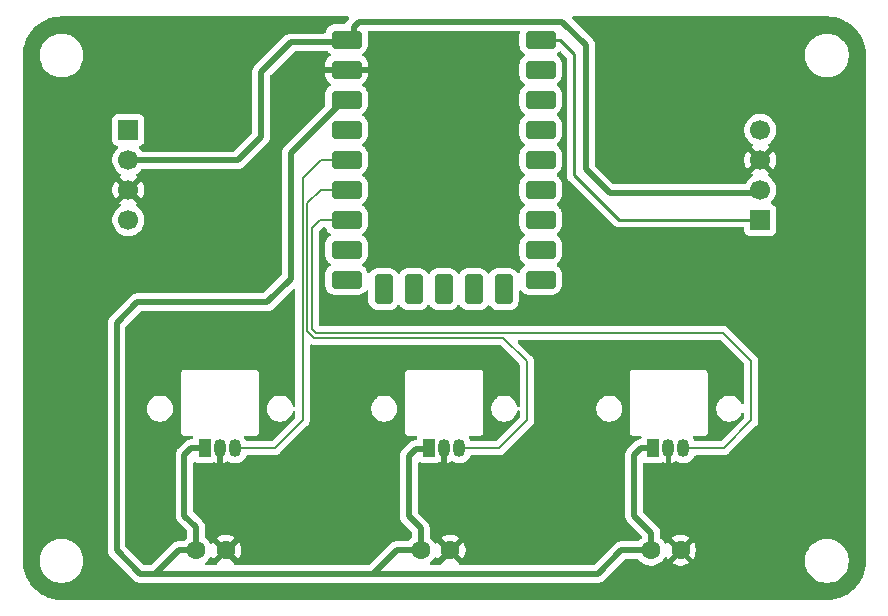
<source format=gbr>
%TF.GenerationSoftware,KiCad,Pcbnew,9.0.6*%
%TF.CreationDate,2025-12-26T19:16:23+05:30*%
%TF.ProjectId,HEpad,48457061-642e-46b6-9963-61645f706362,rev?*%
%TF.SameCoordinates,Original*%
%TF.FileFunction,Copper,L2,Bot*%
%TF.FilePolarity,Positive*%
%FSLAX46Y46*%
G04 Gerber Fmt 4.6, Leading zero omitted, Abs format (unit mm)*
G04 Created by KiCad (PCBNEW 9.0.6) date 2025-12-26 19:16:23*
%MOMM*%
%LPD*%
G01*
G04 APERTURE LIST*
G04 Aperture macros list*
%AMRoundRect*
0 Rectangle with rounded corners*
0 $1 Rounding radius*
0 $2 $3 $4 $5 $6 $7 $8 $9 X,Y pos of 4 corners*
0 Add a 4 corners polygon primitive as box body*
4,1,4,$2,$3,$4,$5,$6,$7,$8,$9,$2,$3,0*
0 Add four circle primitives for the rounded corners*
1,1,$1+$1,$2,$3*
1,1,$1+$1,$4,$5*
1,1,$1+$1,$6,$7*
1,1,$1+$1,$8,$9*
0 Add four rect primitives between the rounded corners*
20,1,$1+$1,$2,$3,$4,$5,0*
20,1,$1+$1,$4,$5,$6,$7,0*
20,1,$1+$1,$6,$7,$8,$9,0*
20,1,$1+$1,$8,$9,$2,$3,0*%
G04 Aperture macros list end*
%TA.AperFunction,ComponentPad*%
%ADD10R,1.050000X1.500000*%
%TD*%
%TA.AperFunction,ComponentPad*%
%ADD11O,1.050000X1.500000*%
%TD*%
%TA.AperFunction,ComponentPad*%
%ADD12RoundRect,0.400000X-0.900000X-0.400000X0.900000X-0.400000X0.900000X0.400000X-0.900000X0.400000X0*%
%TD*%
%TA.AperFunction,ComponentPad*%
%ADD13RoundRect,0.400050X-0.899950X-0.400050X0.899950X-0.400050X0.899950X0.400050X-0.899950X0.400050X0*%
%TD*%
%TA.AperFunction,ComponentPad*%
%ADD14RoundRect,0.400000X-0.400000X-0.900000X0.400000X-0.900000X0.400000X0.900000X-0.400000X0.900000X0*%
%TD*%
%TA.AperFunction,ComponentPad*%
%ADD15RoundRect,0.393700X-0.393700X-0.906300X0.393700X-0.906300X0.393700X0.906300X-0.393700X0.906300X0*%
%TD*%
%TA.AperFunction,ComponentPad*%
%ADD16C,1.600000*%
%TD*%
%TA.AperFunction,ComponentPad*%
%ADD17R,1.700000X1.700000*%
%TD*%
%TA.AperFunction,ComponentPad*%
%ADD18C,1.700000*%
%TD*%
%TA.AperFunction,ViaPad*%
%ADD19C,0.600000*%
%TD*%
%TA.AperFunction,Conductor*%
%ADD20C,0.500000*%
%TD*%
%TA.AperFunction,Conductor*%
%ADD21C,0.200000*%
%TD*%
%TA.AperFunction,Conductor*%
%ADD22C,0.250000*%
%TD*%
G04 APERTURE END LIST*
D10*
%TO.P,U2,1,V_{CC}*%
%TO.N,Net-(RZ1-3V3)*%
X140730000Y-111360000D03*
D11*
%TO.P,U2,2,GND*%
%TO.N,Net-(D1-Pin_3)*%
X142000000Y-111360000D03*
%TO.P,U2,3,V_{OUT}*%
%TO.N,Net-(RZ1-GP27)*%
X143270000Y-111360000D03*
%TD*%
D12*
%TO.P,RZ1,1,GP0*%
%TO.N,Net-(D2-Pin_1)*%
X150165000Y-76765000D03*
%TO.P,RZ1,2,GP1*%
%TO.N,unconnected-(RZ1-GP1-Pad2)*%
X150165000Y-79305000D03*
%TO.P,RZ1,3,GP2*%
%TO.N,unconnected-(RZ1-GP2-Pad3)*%
X150165000Y-81845000D03*
%TO.P,RZ1,4,GP3*%
%TO.N,unconnected-(RZ1-GP3-Pad4)*%
X150165000Y-84385000D03*
%TO.P,RZ1,5,GP4*%
%TO.N,unconnected-(RZ1-GP4-Pad5)*%
X150165000Y-86925000D03*
D13*
%TO.P,RZ1,6,GP5*%
%TO.N,unconnected-(RZ1-GP5-Pad6)*%
X150165000Y-89465000D03*
%TO.P,RZ1,7,GP6*%
%TO.N,unconnected-(RZ1-GP6-Pad7)*%
X150165000Y-92005000D03*
%TO.P,RZ1,8,GP7*%
%TO.N,unconnected-(RZ1-GP7-Pad8)*%
X150165000Y-94545000D03*
%TO.P,RZ1,9,GP8*%
%TO.N,unconnected-(RZ1-GP8-Pad9)*%
X150165000Y-97085000D03*
D14*
%TO.P,RZ1,10,GP9*%
%TO.N,unconnected-(RZ1-GP9-Pad10)*%
X147025000Y-97895000D03*
D15*
%TO.P,RZ1,11,GP10*%
%TO.N,unconnected-(RZ1-GP10-Pad11)*%
X144485000Y-97895000D03*
%TO.P,RZ1,12,GP11*%
%TO.N,unconnected-(RZ1-GP11-Pad12)*%
X141945000Y-97895000D03*
%TO.P,RZ1,13,GP12*%
%TO.N,unconnected-(RZ1-GP12-Pad13)*%
X139405000Y-97895000D03*
%TO.P,RZ1,14,GP13*%
%TO.N,unconnected-(RZ1-GP13-Pad14)*%
X136865000Y-97895000D03*
D13*
%TO.P,RZ1,15,GP14*%
%TO.N,unconnected-(RZ1-GP14-Pad15)*%
X133725000Y-97085000D03*
%TO.P,RZ1,16,GP15*%
%TO.N,unconnected-(RZ1-GP15-Pad16)*%
X133725000Y-94545000D03*
%TO.P,RZ1,17,GP26*%
%TO.N,Net-(RZ1-GP26)*%
X133725000Y-92005000D03*
%TO.P,RZ1,18,GP27*%
%TO.N,Net-(RZ1-GP27)*%
X133725000Y-89465000D03*
%TO.P,RZ1,19,GP28*%
%TO.N,Net-(RZ1-GP28)*%
X133725000Y-86925000D03*
%TO.P,RZ1,20,GP29*%
%TO.N,Net-(D1-Pin_1)*%
X133725000Y-84385000D03*
%TO.P,RZ1,21,3V3*%
%TO.N,Net-(RZ1-3V3)*%
X133725000Y-81845000D03*
%TO.P,RZ1,22,5V*%
%TO.N,Net-(D1-Pin_2)*%
X133725000Y-76765000D03*
%TO.P,RZ1,23,GND*%
%TO.N,Net-(D1-Pin_3)*%
X133725000Y-79305000D03*
%TD*%
D16*
%TO.P,C2,1*%
%TO.N,Net-(RZ1-3V3)*%
X140000000Y-120000000D03*
%TO.P,C2,2*%
%TO.N,Net-(D1-Pin_3)*%
X142500000Y-120000000D03*
%TD*%
D17*
%TO.P,D1,1,Pin_1*%
%TO.N,Net-(D1-Pin_1)*%
X115250000Y-84420000D03*
D18*
%TO.P,D1,2,Pin_2*%
%TO.N,Net-(D1-Pin_2)*%
X115250000Y-86960000D03*
%TO.P,D1,3,Pin_3*%
%TO.N,Net-(D1-Pin_3)*%
X115250000Y-89500000D03*
%TO.P,D1,4,Pin_4*%
%TO.N,unconnected-(D1-Pin_4-Pad4)*%
X115250000Y-92040000D03*
%TD*%
D10*
%TO.P,U3,1,V_{CC}*%
%TO.N,Net-(RZ1-3V3)*%
X159710000Y-111360000D03*
D11*
%TO.P,U3,2,GND*%
%TO.N,Net-(D1-Pin_3)*%
X160980000Y-111360000D03*
%TO.P,U3,3,V_{OUT}*%
%TO.N,Net-(RZ1-GP26)*%
X162250000Y-111360000D03*
%TD*%
D17*
%TO.P,D2,1,Pin_1*%
%TO.N,Net-(D2-Pin_1)*%
X168750000Y-92040000D03*
D18*
%TO.P,D2,2,Pin_2*%
%TO.N,Net-(D1-Pin_2)*%
X168750000Y-89500000D03*
%TO.P,D2,3,Pin_3*%
%TO.N,Net-(D1-Pin_3)*%
X168750000Y-86960000D03*
%TO.P,D2,4,Pin_4*%
%TO.N,unconnected-(D2-Pin_4-Pad4)*%
X168750000Y-84420000D03*
%TD*%
D16*
%TO.P,C3,1*%
%TO.N,Net-(RZ1-3V3)*%
X159500000Y-120000000D03*
%TO.P,C3,2*%
%TO.N,Net-(D1-Pin_3)*%
X162000000Y-120000000D03*
%TD*%
%TO.P,C1,1*%
%TO.N,Net-(RZ1-3V3)*%
X121000000Y-120000000D03*
%TO.P,C1,2*%
%TO.N,Net-(D1-Pin_3)*%
X123500000Y-120000000D03*
%TD*%
D10*
%TO.P,U1,1,V_{CC}*%
%TO.N,Net-(RZ1-3V3)*%
X121730000Y-111360000D03*
D11*
%TO.P,U1,2,GND*%
%TO.N,Net-(D1-Pin_3)*%
X123000000Y-111360000D03*
%TO.P,U1,3,V_{OUT}*%
%TO.N,Net-(RZ1-GP28)*%
X124270000Y-111360000D03*
%TD*%
D19*
%TO.N,Net-(D1-Pin_3)*%
X151250000Y-99750000D03*
X142000000Y-103500000D03*
X123000000Y-103500000D03*
X161000000Y-103500000D03*
X132750000Y-99750000D03*
X141500000Y-87000000D03*
%TD*%
D20*
%TO.N,Net-(RZ1-3V3)*%
X140000000Y-120000000D02*
X140000000Y-118140000D01*
X134075000Y-81845000D02*
X133511432Y-81845000D01*
X121000000Y-118070000D02*
X120000000Y-117070000D01*
X157000000Y-120000000D02*
X155000000Y-122000000D01*
X140430000Y-120070000D02*
X140070000Y-120070000D01*
X121730000Y-111360000D02*
X120570000Y-111360000D01*
X133511432Y-81845000D02*
X129000000Y-86356432D01*
X139570000Y-111430000D02*
X140640000Y-111430000D01*
X158640000Y-111360000D02*
X159710000Y-111360000D01*
X138000000Y-120000000D02*
X140000000Y-120000000D01*
X139000000Y-112000000D02*
X139570000Y-111430000D01*
X140070000Y-120070000D02*
X140000000Y-120000000D01*
X121000000Y-119930000D02*
X121000000Y-118070000D01*
X119500000Y-120000000D02*
X121000000Y-120000000D01*
X155000000Y-122000000D02*
X117000000Y-122000000D01*
X116000000Y-99000000D02*
X114250000Y-100750000D01*
X158070000Y-111930000D02*
X158640000Y-111360000D01*
X129000000Y-86356432D02*
X129000000Y-97000000D01*
X114250000Y-120000000D02*
X116250000Y-122000000D01*
X116250000Y-122000000D02*
X117000000Y-122000000D01*
X127000000Y-99000000D02*
X116000000Y-99000000D01*
X139000000Y-117140000D02*
X139000000Y-112000000D01*
X159500000Y-120000000D02*
X159500000Y-118500000D01*
X120000000Y-111930000D02*
X120570000Y-111360000D01*
X129000000Y-97000000D02*
X127000000Y-99000000D01*
X120000000Y-117070000D02*
X120000000Y-111930000D01*
X136000000Y-122000000D02*
X138000000Y-120000000D01*
X114250000Y-100750000D02*
X114250000Y-120000000D01*
X117500000Y-122000000D02*
X119500000Y-120000000D01*
X159500000Y-120000000D02*
X157000000Y-120000000D01*
X158070000Y-117070000D02*
X158070000Y-111930000D01*
X159500000Y-118500000D02*
X158070000Y-117070000D01*
X140000000Y-118140000D02*
X139000000Y-117140000D01*
D21*
%TO.N,Net-(RZ1-GP28)*%
X127640000Y-111360000D02*
X130000000Y-109000000D01*
X131575000Y-86925000D02*
X134075000Y-86925000D01*
X124270000Y-111360000D02*
X127640000Y-111360000D01*
X130000000Y-109000000D02*
X130000000Y-88500000D01*
X130000000Y-88500000D02*
X131575000Y-86925000D01*
%TO.N,Net-(RZ1-GP26)*%
X131166100Y-101599000D02*
X130802000Y-101234900D01*
X168000000Y-104000000D02*
X165599000Y-101599000D01*
X168000000Y-109000000D02*
X168000000Y-104000000D01*
X130802000Y-92698000D02*
X131495000Y-92005000D01*
X131495000Y-92005000D02*
X134075000Y-92005000D01*
X165640000Y-111360000D02*
X168000000Y-109000000D01*
X162250000Y-111360000D02*
X165640000Y-111360000D01*
X165599000Y-101599000D02*
X131166100Y-101599000D01*
X130802000Y-101234900D02*
X130802000Y-92698000D01*
%TO.N,Net-(RZ1-GP27)*%
X131535000Y-89465000D02*
X134075000Y-89465000D01*
X149000000Y-109000000D02*
X149000000Y-104000000D01*
X131000000Y-102000000D02*
X130401000Y-101401000D01*
X130401000Y-101401000D02*
X130401000Y-90599000D01*
X147000000Y-102000000D02*
X131000000Y-102000000D01*
X146640000Y-111360000D02*
X149000000Y-109000000D01*
X143270000Y-111360000D02*
X146640000Y-111360000D01*
X149000000Y-104000000D02*
X147000000Y-102000000D01*
X130401000Y-90599000D02*
X131535000Y-89465000D01*
D20*
%TO.N,Net-(D1-Pin_2)*%
X124500000Y-87000000D02*
X114790000Y-87000000D01*
X134750000Y-75250000D02*
X151999000Y-75250000D01*
X114790000Y-87000000D02*
X114750000Y-86960000D01*
X134325000Y-76765000D02*
X134325000Y-75675000D01*
X168500000Y-89750000D02*
X168750000Y-89500000D01*
X154000000Y-87750000D02*
X156000000Y-89750000D01*
X154000000Y-77251000D02*
X154000000Y-87750000D01*
X133500000Y-76500000D02*
X133000000Y-77000000D01*
D21*
X151999000Y-75250000D02*
X152000000Y-75251000D01*
D20*
X134325000Y-75675000D02*
X134750000Y-75250000D01*
X129000000Y-77000000D02*
X126500000Y-79500000D01*
X126500000Y-85000000D02*
X124500000Y-87000000D01*
D21*
X134015000Y-76765000D02*
X134000000Y-76750000D01*
D20*
X152000000Y-75251000D02*
X154000000Y-77251000D01*
X126500000Y-79500000D02*
X126500000Y-85000000D01*
X156000000Y-89750000D02*
X168500000Y-89750000D01*
X133000000Y-77000000D02*
X129000000Y-77000000D01*
D22*
%TO.N,Net-(D2-Pin_1)*%
X151765000Y-76765000D02*
X153000000Y-78000000D01*
X149315000Y-76765000D02*
X151765000Y-76765000D01*
X168710000Y-92000000D02*
X168750000Y-92040000D01*
X153000000Y-88250000D02*
X156750000Y-92000000D01*
X156750000Y-92000000D02*
X168710000Y-92000000D01*
X153000000Y-78000000D02*
X153000000Y-88250000D01*
%TD*%
%TA.AperFunction,Conductor*%
%TO.N,Net-(D1-Pin_3)*%
G36*
X133905809Y-74820185D02*
G01*
X133951564Y-74872989D01*
X133961508Y-74942147D01*
X133932483Y-75005703D01*
X133926451Y-75012181D01*
X133742047Y-75196584D01*
X133742045Y-75196586D01*
X133717013Y-75234052D01*
X133711336Y-75242549D01*
X133659916Y-75319505D01*
X133629048Y-75394025D01*
X133625837Y-75399898D01*
X133605660Y-75420048D01*
X133587764Y-75442256D01*
X133581253Y-75444422D01*
X133576399Y-75449271D01*
X133548530Y-75455314D01*
X133521470Y-75464321D01*
X133517044Y-75464400D01*
X132762035Y-75464400D01*
X132762016Y-75464401D01*
X132683400Y-75470587D01*
X132500544Y-75519584D01*
X132331875Y-75605523D01*
X132331873Y-75605524D01*
X132184758Y-75724658D01*
X132065624Y-75871773D01*
X132065623Y-75871775D01*
X131979683Y-76040445D01*
X131970963Y-76072989D01*
X131948562Y-76156594D01*
X131948294Y-76157593D01*
X131911929Y-76217254D01*
X131849082Y-76247783D01*
X131828519Y-76249500D01*
X128926080Y-76249500D01*
X128781092Y-76278340D01*
X128781082Y-76278343D01*
X128644512Y-76334912D01*
X128644502Y-76334917D01*
X128636772Y-76340083D01*
X128636771Y-76340084D01*
X128521579Y-76417051D01*
X128521578Y-76417052D01*
X125917050Y-79021581D01*
X125917048Y-79021584D01*
X125903184Y-79042334D01*
X125903182Y-79042335D01*
X125903182Y-79042336D01*
X125834916Y-79144503D01*
X125834914Y-79144506D01*
X125778343Y-79281082D01*
X125778340Y-79281092D01*
X125749500Y-79426079D01*
X125749500Y-84637770D01*
X125729815Y-84704809D01*
X125713181Y-84725451D01*
X124225451Y-86213181D01*
X124164128Y-86246666D01*
X124137770Y-86249500D01*
X116466282Y-86249500D01*
X116399243Y-86229815D01*
X116365963Y-86198384D01*
X116280107Y-86080211D01*
X116166569Y-85966673D01*
X116133084Y-85905350D01*
X116138068Y-85835658D01*
X116179940Y-85779725D01*
X116210915Y-85762810D01*
X116342331Y-85713796D01*
X116457546Y-85627546D01*
X116543796Y-85512331D01*
X116594091Y-85377483D01*
X116600500Y-85317873D01*
X116600499Y-83522128D01*
X116594091Y-83462517D01*
X116550132Y-83344658D01*
X116543797Y-83327671D01*
X116543793Y-83327664D01*
X116457547Y-83212455D01*
X116457544Y-83212452D01*
X116342335Y-83126206D01*
X116342328Y-83126202D01*
X116207482Y-83075908D01*
X116207483Y-83075908D01*
X116147883Y-83069501D01*
X116147881Y-83069500D01*
X116147873Y-83069500D01*
X116147864Y-83069500D01*
X114352129Y-83069500D01*
X114352123Y-83069501D01*
X114292516Y-83075908D01*
X114157671Y-83126202D01*
X114157664Y-83126206D01*
X114042455Y-83212452D01*
X114042452Y-83212455D01*
X113956206Y-83327664D01*
X113956202Y-83327671D01*
X113905908Y-83462517D01*
X113899501Y-83522116D01*
X113899501Y-83522123D01*
X113899500Y-83522135D01*
X113899500Y-85317870D01*
X113899501Y-85317876D01*
X113905908Y-85377483D01*
X113956202Y-85512328D01*
X113956206Y-85512335D01*
X114042452Y-85627544D01*
X114042455Y-85627547D01*
X114157664Y-85713793D01*
X114157671Y-85713797D01*
X114289082Y-85762810D01*
X114345016Y-85804681D01*
X114369433Y-85870145D01*
X114354582Y-85938418D01*
X114333431Y-85966673D01*
X114219889Y-86080215D01*
X114094951Y-86252179D01*
X113998444Y-86441585D01*
X113998443Y-86441587D01*
X113998443Y-86441588D01*
X113991818Y-86461979D01*
X113932753Y-86643760D01*
X113899500Y-86853713D01*
X113899500Y-87066286D01*
X113932735Y-87276127D01*
X113932754Y-87276243D01*
X113994638Y-87466703D01*
X113998444Y-87478414D01*
X114094951Y-87667820D01*
X114219890Y-87839786D01*
X114370213Y-87990109D01*
X114542179Y-88115048D01*
X114542181Y-88115049D01*
X114542184Y-88115051D01*
X114551493Y-88119794D01*
X114602290Y-88167766D01*
X114619087Y-88235587D01*
X114596552Y-88301722D01*
X114551505Y-88340760D01*
X114542446Y-88345376D01*
X114542440Y-88345380D01*
X114488282Y-88384727D01*
X114488282Y-88384728D01*
X115120591Y-89017037D01*
X115057007Y-89034075D01*
X114942993Y-89099901D01*
X114849901Y-89192993D01*
X114784075Y-89307007D01*
X114767037Y-89370591D01*
X114134728Y-88738282D01*
X114134727Y-88738282D01*
X114095380Y-88792439D01*
X113998904Y-88981782D01*
X113933242Y-89183869D01*
X113933242Y-89183872D01*
X113900000Y-89393753D01*
X113900000Y-89606246D01*
X113933242Y-89816127D01*
X113933242Y-89816130D01*
X113998904Y-90018217D01*
X114095375Y-90207550D01*
X114134728Y-90261716D01*
X114767036Y-89629407D01*
X114784075Y-89692993D01*
X114849901Y-89807007D01*
X114942993Y-89900099D01*
X115057007Y-89965925D01*
X115120590Y-89982962D01*
X114488282Y-90615269D01*
X114488282Y-90615270D01*
X114542452Y-90654626D01*
X114542451Y-90654626D01*
X114551495Y-90659234D01*
X114602292Y-90707208D01*
X114619087Y-90775029D01*
X114596550Y-90841164D01*
X114551499Y-90880202D01*
X114542182Y-90884949D01*
X114370213Y-91009890D01*
X114219890Y-91160213D01*
X114094951Y-91332179D01*
X113998444Y-91521585D01*
X113932753Y-91723760D01*
X113899500Y-91933713D01*
X113899500Y-92146287D01*
X113932754Y-92356243D01*
X113994638Y-92546703D01*
X113998444Y-92558414D01*
X114094951Y-92747820D01*
X114219890Y-92919786D01*
X114370213Y-93070109D01*
X114542179Y-93195048D01*
X114542181Y-93195049D01*
X114542184Y-93195051D01*
X114731588Y-93291557D01*
X114933757Y-93357246D01*
X115143713Y-93390500D01*
X115143714Y-93390500D01*
X115356286Y-93390500D01*
X115356287Y-93390500D01*
X115566243Y-93357246D01*
X115768412Y-93291557D01*
X115957816Y-93195051D01*
X115994012Y-93168753D01*
X116129786Y-93070109D01*
X116129788Y-93070106D01*
X116129792Y-93070104D01*
X116280104Y-92919792D01*
X116280106Y-92919788D01*
X116280109Y-92919786D01*
X116389086Y-92769789D01*
X116405051Y-92747816D01*
X116501557Y-92558412D01*
X116567246Y-92356243D01*
X116600500Y-92146287D01*
X116600500Y-91933713D01*
X116567246Y-91723757D01*
X116501557Y-91521588D01*
X116405051Y-91332184D01*
X116405049Y-91332181D01*
X116405048Y-91332179D01*
X116280109Y-91160213D01*
X116129786Y-91009890D01*
X115957817Y-90884949D01*
X115948504Y-90880204D01*
X115897707Y-90832230D01*
X115880912Y-90764409D01*
X115903449Y-90698274D01*
X115948507Y-90659232D01*
X115957555Y-90654622D01*
X116011716Y-90615270D01*
X116011717Y-90615270D01*
X115379408Y-89982962D01*
X115442993Y-89965925D01*
X115557007Y-89900099D01*
X115650099Y-89807007D01*
X115715925Y-89692993D01*
X115732962Y-89629408D01*
X116365270Y-90261717D01*
X116365270Y-90261716D01*
X116404622Y-90207554D01*
X116501095Y-90018217D01*
X116566757Y-89816130D01*
X116566757Y-89816127D01*
X116600000Y-89606246D01*
X116600000Y-89393753D01*
X116566757Y-89183872D01*
X116566757Y-89183869D01*
X116501095Y-88981782D01*
X116404624Y-88792449D01*
X116365270Y-88738282D01*
X116365269Y-88738282D01*
X115732962Y-89370590D01*
X115715925Y-89307007D01*
X115650099Y-89192993D01*
X115557007Y-89099901D01*
X115442993Y-89034075D01*
X115379409Y-89017037D01*
X116011716Y-88384728D01*
X115957547Y-88345373D01*
X115957547Y-88345372D01*
X115948500Y-88340763D01*
X115897706Y-88292788D01*
X115880912Y-88224966D01*
X115903451Y-88158832D01*
X115948508Y-88119793D01*
X115957816Y-88115051D01*
X116037007Y-88057515D01*
X116129786Y-87990109D01*
X116129788Y-87990106D01*
X116129792Y-87990104D01*
X116280104Y-87839792D01*
X116295774Y-87818224D01*
X116307842Y-87801615D01*
X116363171Y-87758949D01*
X116408160Y-87750500D01*
X124573920Y-87750500D01*
X124671462Y-87731096D01*
X124718913Y-87721658D01*
X124855495Y-87665084D01*
X124904729Y-87632186D01*
X124978416Y-87582952D01*
X127082951Y-85478416D01*
X127101869Y-85450104D01*
X127118414Y-85425343D01*
X127165083Y-85355496D01*
X127165085Y-85355493D01*
X127221656Y-85218917D01*
X127221658Y-85218913D01*
X127250500Y-85073918D01*
X127250500Y-79862230D01*
X127270185Y-79795191D01*
X127286819Y-79774549D01*
X129274549Y-77786819D01*
X129335872Y-77753334D01*
X129362230Y-77750500D01*
X132081202Y-77750500D01*
X132148241Y-77770185D01*
X132177567Y-77796463D01*
X132184754Y-77805338D01*
X132184756Y-77805339D01*
X132184758Y-77805342D01*
X132256021Y-77863050D01*
X132331873Y-77924475D01*
X132331877Y-77924477D01*
X132332506Y-77924798D01*
X132332803Y-77925079D01*
X132337323Y-77928014D01*
X132336786Y-77928840D01*
X132383300Y-77972775D01*
X132400092Y-78040596D01*
X132377551Y-78106730D01*
X132337157Y-78141731D01*
X132337596Y-78142407D01*
X132332737Y-78145561D01*
X132332508Y-78145761D01*
X132332151Y-78145942D01*
X132332145Y-78145946D01*
X132185113Y-78265013D01*
X132066046Y-78412045D01*
X132066044Y-78412048D01*
X131980151Y-78580625D01*
X131931183Y-78763377D01*
X131925000Y-78841946D01*
X131925000Y-79055000D01*
X134009314Y-79055000D01*
X134004920Y-79059394D01*
X133952259Y-79150606D01*
X133925000Y-79252339D01*
X133925000Y-79357661D01*
X133952259Y-79459394D01*
X134004920Y-79550606D01*
X134009314Y-79555000D01*
X131925000Y-79555000D01*
X131925000Y-79768053D01*
X131931183Y-79846622D01*
X131980151Y-80029374D01*
X132066044Y-80197951D01*
X132066046Y-80197954D01*
X132185113Y-80344986D01*
X132332143Y-80464052D01*
X132332493Y-80464230D01*
X132332659Y-80464387D01*
X132337596Y-80467593D01*
X132337009Y-80468495D01*
X132383293Y-80512201D01*
X132400093Y-80580021D01*
X132377559Y-80646158D01*
X132336926Y-80681375D01*
X132337323Y-80681986D01*
X132332929Y-80684839D01*
X132332520Y-80685194D01*
X132331882Y-80685518D01*
X132331873Y-80685524D01*
X132184758Y-80804658D01*
X132065624Y-80951773D01*
X132065623Y-80951775D01*
X131979684Y-81120444D01*
X131930687Y-81303298D01*
X131924500Y-81381919D01*
X131924500Y-82308063D01*
X131924501Y-82308080D01*
X131924576Y-82309026D01*
X131924544Y-82309175D01*
X131924597Y-82310509D01*
X131924261Y-82310522D01*
X131910205Y-82377402D01*
X131888638Y-82406425D01*
X128417048Y-85878015D01*
X128412610Y-85884658D01*
X128382384Y-85929896D01*
X128334919Y-86000931D01*
X128334912Y-86000943D01*
X128278343Y-86137514D01*
X128278340Y-86137524D01*
X128249500Y-86282511D01*
X128249500Y-96637770D01*
X128229815Y-96704809D01*
X128213181Y-96725451D01*
X126725451Y-98213181D01*
X126664128Y-98246666D01*
X126637770Y-98249500D01*
X115926076Y-98249500D01*
X115897242Y-98255234D01*
X115897243Y-98255235D01*
X115781093Y-98278339D01*
X115781083Y-98278342D01*
X115701081Y-98311479D01*
X115701082Y-98311480D01*
X115644502Y-98334917D01*
X115595269Y-98367813D01*
X115521588Y-98417044D01*
X115521580Y-98417050D01*
X113667050Y-100271580D01*
X113667044Y-100271588D01*
X113617812Y-100345268D01*
X113617813Y-100345269D01*
X113584921Y-100394496D01*
X113584914Y-100394508D01*
X113528342Y-100531086D01*
X113528340Y-100531092D01*
X113499500Y-100676079D01*
X113499500Y-100676082D01*
X113499500Y-120073918D01*
X113499500Y-120073920D01*
X113499499Y-120073920D01*
X113528340Y-120218907D01*
X113528343Y-120218917D01*
X113584914Y-120355492D01*
X113617812Y-120404727D01*
X113617813Y-120404730D01*
X113667046Y-120478414D01*
X113667052Y-120478421D01*
X115667049Y-122478416D01*
X115732597Y-122543964D01*
X115771585Y-122582952D01*
X115894498Y-122665080D01*
X115894511Y-122665087D01*
X116024279Y-122718838D01*
X116031087Y-122721658D01*
X116031091Y-122721658D01*
X116031092Y-122721659D01*
X116176079Y-122750500D01*
X116176082Y-122750500D01*
X155073920Y-122750500D01*
X155171462Y-122731096D01*
X155218913Y-122721658D01*
X155355495Y-122665084D01*
X155404729Y-122632186D01*
X155478416Y-122582952D01*
X157274548Y-120786818D01*
X157335871Y-120753334D01*
X157362229Y-120750500D01*
X158374582Y-120750500D01*
X158441621Y-120770185D01*
X158474900Y-120801615D01*
X158508028Y-120847212D01*
X158508032Y-120847217D01*
X158652786Y-120991971D01*
X158807749Y-121104556D01*
X158818390Y-121112287D01*
X158934607Y-121171503D01*
X159000776Y-121205218D01*
X159000778Y-121205218D01*
X159000781Y-121205220D01*
X159102914Y-121238405D01*
X159195465Y-121268477D01*
X159296557Y-121284488D01*
X159397648Y-121300500D01*
X159397649Y-121300500D01*
X159602351Y-121300500D01*
X159602352Y-121300500D01*
X159804534Y-121268477D01*
X159999219Y-121205220D01*
X160181610Y-121112287D01*
X160301501Y-121025182D01*
X160347213Y-120991971D01*
X160347215Y-120991968D01*
X160347219Y-120991966D01*
X160491966Y-120847219D01*
X160491968Y-120847215D01*
X160491971Y-120847213D01*
X160612286Y-120681611D01*
X160612415Y-120681359D01*
X160639795Y-120627621D01*
X160687769Y-120576826D01*
X160755589Y-120560030D01*
X160821725Y-120582567D01*
X160860765Y-120627621D01*
X160888141Y-120681350D01*
X160888147Y-120681359D01*
X160920523Y-120725921D01*
X160920524Y-120725922D01*
X161600000Y-120046446D01*
X161600000Y-120052661D01*
X161627259Y-120154394D01*
X161679920Y-120245606D01*
X161754394Y-120320080D01*
X161845606Y-120372741D01*
X161947339Y-120400000D01*
X161953553Y-120400000D01*
X161274076Y-121079474D01*
X161318650Y-121111859D01*
X161500968Y-121204755D01*
X161695582Y-121267990D01*
X161897683Y-121300000D01*
X162102317Y-121300000D01*
X162304417Y-121267990D01*
X162499031Y-121204755D01*
X162681349Y-121111859D01*
X162725921Y-121079474D01*
X162425158Y-120778711D01*
X172549500Y-120778711D01*
X172549500Y-121021288D01*
X172581161Y-121261785D01*
X172643947Y-121496104D01*
X172683783Y-121592276D01*
X172736776Y-121720212D01*
X172858064Y-121930289D01*
X172858066Y-121930292D01*
X172858067Y-121930293D01*
X173005733Y-122122736D01*
X173005739Y-122122743D01*
X173177256Y-122294260D01*
X173177262Y-122294265D01*
X173369711Y-122441936D01*
X173579788Y-122563224D01*
X173803900Y-122656054D01*
X174038211Y-122718838D01*
X174218586Y-122742584D01*
X174278711Y-122750500D01*
X174278712Y-122750500D01*
X174521289Y-122750500D01*
X174569388Y-122744167D01*
X174761789Y-122718838D01*
X174996100Y-122656054D01*
X175220212Y-122563224D01*
X175430289Y-122441936D01*
X175622738Y-122294265D01*
X175794265Y-122122738D01*
X175941936Y-121930289D01*
X176063224Y-121720212D01*
X176156054Y-121496100D01*
X176218838Y-121261789D01*
X176250500Y-121021288D01*
X176250500Y-120778712D01*
X176249377Y-120770185D01*
X176237717Y-120681611D01*
X176218838Y-120538211D01*
X176156054Y-120303900D01*
X176063224Y-120079788D01*
X175941936Y-119869711D01*
X175831242Y-119725451D01*
X175794266Y-119677263D01*
X175794260Y-119677256D01*
X175622743Y-119505739D01*
X175622736Y-119505733D01*
X175430293Y-119358067D01*
X175430292Y-119358066D01*
X175430289Y-119358064D01*
X175220212Y-119236776D01*
X175127528Y-119198385D01*
X174996104Y-119143947D01*
X174761785Y-119081161D01*
X174521289Y-119049500D01*
X174521288Y-119049500D01*
X174278712Y-119049500D01*
X174278711Y-119049500D01*
X174038214Y-119081161D01*
X173803895Y-119143947D01*
X173579794Y-119236773D01*
X173579785Y-119236777D01*
X173369706Y-119358067D01*
X173177263Y-119505733D01*
X173177256Y-119505739D01*
X173005739Y-119677256D01*
X173005733Y-119677263D01*
X172858067Y-119869706D01*
X172736777Y-120079785D01*
X172736773Y-120079794D01*
X172643947Y-120303895D01*
X172581161Y-120538214D01*
X172549500Y-120778711D01*
X162425158Y-120778711D01*
X162046447Y-120400000D01*
X162052661Y-120400000D01*
X162154394Y-120372741D01*
X162245606Y-120320080D01*
X162320080Y-120245606D01*
X162372741Y-120154394D01*
X162400000Y-120052661D01*
X162400000Y-120046447D01*
X163079474Y-120725921D01*
X163079475Y-120725921D01*
X163097026Y-120701766D01*
X163111860Y-120681348D01*
X163204755Y-120499031D01*
X163267990Y-120304417D01*
X163300000Y-120102317D01*
X163300000Y-119897682D01*
X163267990Y-119695582D01*
X163204755Y-119500968D01*
X163111859Y-119318650D01*
X163079474Y-119274077D01*
X163079474Y-119274076D01*
X162400000Y-119953551D01*
X162400000Y-119947339D01*
X162372741Y-119845606D01*
X162320080Y-119754394D01*
X162245606Y-119679920D01*
X162154394Y-119627259D01*
X162052661Y-119600000D01*
X162046446Y-119600000D01*
X162725922Y-118920524D01*
X162725921Y-118920523D01*
X162681359Y-118888147D01*
X162681350Y-118888141D01*
X162499031Y-118795244D01*
X162304417Y-118732009D01*
X162102317Y-118700000D01*
X161897683Y-118700000D01*
X161695582Y-118732009D01*
X161500968Y-118795244D01*
X161318644Y-118888143D01*
X161274077Y-118920523D01*
X161274077Y-118920524D01*
X161953554Y-119600000D01*
X161947339Y-119600000D01*
X161845606Y-119627259D01*
X161754394Y-119679920D01*
X161679920Y-119754394D01*
X161627259Y-119845606D01*
X161600000Y-119947339D01*
X161600000Y-119953553D01*
X160920524Y-119274077D01*
X160920523Y-119274077D01*
X160888143Y-119318644D01*
X160860765Y-119372378D01*
X160812790Y-119423174D01*
X160744969Y-119439969D01*
X160678834Y-119417431D01*
X160639795Y-119372378D01*
X160620707Y-119334916D01*
X160612287Y-119318390D01*
X160612285Y-119318387D01*
X160612284Y-119318385D01*
X160491971Y-119152786D01*
X160397838Y-119058653D01*
X160347219Y-119008034D01*
X160297381Y-118971824D01*
X160293414Y-118968396D01*
X160277211Y-118943254D01*
X160258949Y-118919571D01*
X160257714Y-118912999D01*
X160255566Y-118909665D01*
X160255555Y-118901503D01*
X160250500Y-118874582D01*
X160250500Y-118426079D01*
X160221659Y-118281092D01*
X160221658Y-118281091D01*
X160221658Y-118281087D01*
X160221656Y-118281082D01*
X160165087Y-118144511D01*
X160165080Y-118144498D01*
X160082952Y-118021585D01*
X160057448Y-117996081D01*
X159978416Y-117917049D01*
X158856819Y-116795451D01*
X158823334Y-116734128D01*
X158820500Y-116707770D01*
X158820500Y-112686823D01*
X158840185Y-112619784D01*
X158892989Y-112574029D01*
X158962147Y-112564085D01*
X158987832Y-112570640D01*
X159013872Y-112580353D01*
X159077517Y-112604091D01*
X159077516Y-112604091D01*
X159084444Y-112604835D01*
X159137127Y-112610500D01*
X160282872Y-112610499D01*
X160342483Y-112604091D01*
X160477331Y-112553796D01*
X160478893Y-112552626D01*
X160480722Y-112551944D01*
X160485118Y-112549544D01*
X160485462Y-112550175D01*
X160544354Y-112528204D01*
X160600664Y-112537326D01*
X160681017Y-112570609D01*
X160681025Y-112570611D01*
X160730000Y-112580353D01*
X160730000Y-112215671D01*
X160730711Y-112202415D01*
X160735499Y-112157881D01*
X160735500Y-112157873D01*
X160735499Y-111645829D01*
X160749745Y-111660075D01*
X160835255Y-111709444D01*
X160930630Y-111735000D01*
X161029370Y-111735000D01*
X161124745Y-111709444D01*
X161210255Y-111660075D01*
X161224500Y-111645830D01*
X161224500Y-111686002D01*
X161227617Y-111701671D01*
X161230000Y-111725865D01*
X161230000Y-112580352D01*
X161278974Y-112570612D01*
X161278983Y-112570609D01*
X161465515Y-112493346D01*
X161465518Y-112493344D01*
X161545658Y-112439796D01*
X161612335Y-112418917D01*
X161679716Y-112437401D01*
X161683422Y-112439783D01*
X161764244Y-112493786D01*
X161950873Y-112571091D01*
X162116777Y-112604091D01*
X162148992Y-112610499D01*
X162148996Y-112610500D01*
X162148997Y-112610500D01*
X162351004Y-112610500D01*
X162351005Y-112610499D01*
X162549127Y-112571091D01*
X162735756Y-112493786D01*
X162903718Y-112381558D01*
X163046558Y-112238718D01*
X163158786Y-112070756D01*
X163172749Y-112037047D01*
X163216590Y-111982644D01*
X163282884Y-111960579D01*
X163287310Y-111960500D01*
X165553331Y-111960500D01*
X165553347Y-111960501D01*
X165560943Y-111960501D01*
X165719054Y-111960501D01*
X165719057Y-111960501D01*
X165871785Y-111919577D01*
X165933186Y-111884127D01*
X166008716Y-111840520D01*
X166120520Y-111728716D01*
X166120520Y-111728714D01*
X166130724Y-111718511D01*
X166130728Y-111718506D01*
X168368713Y-109480521D01*
X168368716Y-109480520D01*
X168480520Y-109368716D01*
X168530639Y-109281904D01*
X168559577Y-109231785D01*
X168600501Y-109079057D01*
X168600501Y-108920943D01*
X168600501Y-108913348D01*
X168600500Y-108913330D01*
X168600500Y-104089060D01*
X168600501Y-104089047D01*
X168600501Y-103920944D01*
X168559576Y-103768214D01*
X168559573Y-103768209D01*
X168480524Y-103631290D01*
X168480521Y-103631286D01*
X168480520Y-103631284D01*
X166086589Y-101237354D01*
X166086588Y-101237352D01*
X165967717Y-101118481D01*
X165967716Y-101118480D01*
X165880904Y-101068360D01*
X165880904Y-101068359D01*
X165880900Y-101068358D01*
X165830785Y-101039423D01*
X165678057Y-100998499D01*
X165519943Y-100998499D01*
X165512347Y-100998499D01*
X165512331Y-100998500D01*
X131526500Y-100998500D01*
X131459461Y-100978815D01*
X131413706Y-100926011D01*
X131402500Y-100874500D01*
X131402500Y-92998097D01*
X131422185Y-92931058D01*
X131438819Y-92910416D01*
X131707416Y-92641819D01*
X131734343Y-92627115D01*
X131760162Y-92610523D01*
X131766362Y-92609631D01*
X131768739Y-92608334D01*
X131795097Y-92605500D01*
X131851294Y-92605500D01*
X131918333Y-92625185D01*
X131964088Y-92677989D01*
X131971068Y-92697405D01*
X131979682Y-92729552D01*
X132065623Y-92898224D01*
X132065624Y-92898226D01*
X132104907Y-92946735D01*
X132184758Y-93045342D01*
X132266046Y-93111168D01*
X132331873Y-93164475D01*
X132331875Y-93164476D01*
X132331953Y-93164516D01*
X132331989Y-93164550D01*
X132337323Y-93168014D01*
X132336689Y-93168989D01*
X132382749Y-93212491D01*
X132399543Y-93280312D01*
X132377005Y-93346447D01*
X132336843Y-93381246D01*
X132337323Y-93381986D01*
X132332002Y-93385440D01*
X132331953Y-93385484D01*
X132331873Y-93385524D01*
X132184758Y-93504658D01*
X132065624Y-93651773D01*
X132065623Y-93651775D01*
X131979684Y-93820444D01*
X131930687Y-94003298D01*
X131924500Y-94081919D01*
X131924500Y-95008064D01*
X131924501Y-95008083D01*
X131930687Y-95086699D01*
X131930688Y-95086701D01*
X131930688Y-95086703D01*
X131979684Y-95269556D01*
X132009062Y-95327214D01*
X132065623Y-95438224D01*
X132065624Y-95438226D01*
X132131451Y-95519514D01*
X132184758Y-95585342D01*
X132266046Y-95651168D01*
X132331873Y-95704475D01*
X132331875Y-95704476D01*
X132331953Y-95704516D01*
X132331989Y-95704550D01*
X132337323Y-95708014D01*
X132336689Y-95708989D01*
X132382749Y-95752491D01*
X132399543Y-95820312D01*
X132377005Y-95886447D01*
X132336843Y-95921246D01*
X132337323Y-95921986D01*
X132332002Y-95925440D01*
X132331953Y-95925484D01*
X132331873Y-95925524D01*
X132184758Y-96044658D01*
X132065624Y-96191773D01*
X132065623Y-96191775D01*
X131979684Y-96360444D01*
X131930687Y-96543298D01*
X131924500Y-96621919D01*
X131924500Y-97548064D01*
X131924501Y-97548083D01*
X131930687Y-97626699D01*
X131930688Y-97626701D01*
X131930688Y-97626703D01*
X131979684Y-97809556D01*
X132009062Y-97867214D01*
X132065623Y-97978224D01*
X132065624Y-97978226D01*
X132105865Y-98027918D01*
X132184758Y-98125342D01*
X132266046Y-98191168D01*
X132331873Y-98244475D01*
X132331875Y-98244476D01*
X132387379Y-98272756D01*
X132500544Y-98330416D01*
X132683397Y-98379412D01*
X132762025Y-98385600D01*
X134687974Y-98385599D01*
X134766603Y-98379412D01*
X134949456Y-98330416D01*
X135118126Y-98244475D01*
X135265242Y-98125342D01*
X135356735Y-98012358D01*
X135414221Y-97972648D01*
X135484052Y-97970320D01*
X135544056Y-98006116D01*
X135575182Y-98068669D01*
X135577100Y-98090395D01*
X135577100Y-98863878D01*
X135577101Y-98863897D01*
X135583243Y-98941952D01*
X135631893Y-99123516D01*
X135717226Y-99290996D01*
X135766126Y-99351382D01*
X135835522Y-99437078D01*
X135941345Y-99522772D01*
X135981603Y-99555373D01*
X136091829Y-99611534D01*
X136149082Y-99640706D01*
X136330646Y-99689356D01*
X136408711Y-99695500D01*
X137321288Y-99695499D01*
X137399354Y-99689356D01*
X137580918Y-99640706D01*
X137695422Y-99582363D01*
X137748396Y-99555373D01*
X137748397Y-99555371D01*
X137748399Y-99555371D01*
X137894478Y-99437078D01*
X138012771Y-99290999D01*
X138024514Y-99267950D01*
X138072487Y-99217154D01*
X138140308Y-99200358D01*
X138206443Y-99222894D01*
X138245484Y-99267949D01*
X138250958Y-99278691D01*
X138255776Y-99288149D01*
X138257229Y-99290999D01*
X138375522Y-99437078D01*
X138481345Y-99522772D01*
X138521603Y-99555373D01*
X138631829Y-99611534D01*
X138689082Y-99640706D01*
X138870646Y-99689356D01*
X138948711Y-99695500D01*
X139861288Y-99695499D01*
X139939354Y-99689356D01*
X140120918Y-99640706D01*
X140235422Y-99582363D01*
X140288396Y-99555373D01*
X140288397Y-99555371D01*
X140288399Y-99555371D01*
X140434478Y-99437078D01*
X140552771Y-99290999D01*
X140564514Y-99267950D01*
X140612487Y-99217154D01*
X140680308Y-99200358D01*
X140746443Y-99222894D01*
X140785484Y-99267949D01*
X140790958Y-99278691D01*
X140795776Y-99288149D01*
X140797229Y-99290999D01*
X140915522Y-99437078D01*
X141021345Y-99522772D01*
X141061603Y-99555373D01*
X141171829Y-99611534D01*
X141229082Y-99640706D01*
X141410646Y-99689356D01*
X141488711Y-99695500D01*
X142401288Y-99695499D01*
X142479354Y-99689356D01*
X142660918Y-99640706D01*
X142775422Y-99582363D01*
X142828396Y-99555373D01*
X142828397Y-99555371D01*
X142828399Y-99555371D01*
X142974478Y-99437078D01*
X143092771Y-99290999D01*
X143104514Y-99267950D01*
X143152487Y-99217154D01*
X143220308Y-99200358D01*
X143286443Y-99222894D01*
X143325484Y-99267949D01*
X143330958Y-99278691D01*
X143335776Y-99288149D01*
X143337229Y-99290999D01*
X143455522Y-99437078D01*
X143561345Y-99522772D01*
X143601603Y-99555373D01*
X143711829Y-99611534D01*
X143769082Y-99640706D01*
X143950646Y-99689356D01*
X144028711Y-99695500D01*
X144941288Y-99695499D01*
X145019354Y-99689356D01*
X145200918Y-99640706D01*
X145315422Y-99582363D01*
X145368396Y-99555373D01*
X145368397Y-99555371D01*
X145368399Y-99555371D01*
X145514478Y-99437078D01*
X145632771Y-99290999D01*
X145632773Y-99290996D01*
X145639435Y-99277921D01*
X145687408Y-99227125D01*
X145755229Y-99210329D01*
X145821364Y-99232866D01*
X145860405Y-99277921D01*
X145865614Y-99288146D01*
X145914859Y-99348958D01*
X145984743Y-99435257D01*
X146091311Y-99521554D01*
X146131853Y-99554385D01*
X146215371Y-99596938D01*
X146300512Y-99640320D01*
X146483355Y-99689312D01*
X146561979Y-99695500D01*
X147488020Y-99695499D01*
X147566645Y-99689312D01*
X147749488Y-99640320D01*
X147878008Y-99574835D01*
X147918146Y-99554385D01*
X147918147Y-99554383D01*
X147918149Y-99554383D01*
X148065257Y-99435257D01*
X148184383Y-99288149D01*
X148189595Y-99277921D01*
X148217632Y-99222894D01*
X148270320Y-99119488D01*
X148319312Y-98936645D01*
X148325500Y-98858021D01*
X148325499Y-98105951D01*
X148345183Y-98038915D01*
X148397987Y-97993160D01*
X148467146Y-97983216D01*
X148530702Y-98012241D01*
X148545865Y-98027918D01*
X148624758Y-98125342D01*
X148706046Y-98191168D01*
X148771873Y-98244475D01*
X148771875Y-98244476D01*
X148827379Y-98272756D01*
X148940544Y-98330416D01*
X149123397Y-98379412D01*
X149202025Y-98385600D01*
X151127974Y-98385599D01*
X151206603Y-98379412D01*
X151389456Y-98330416D01*
X151558126Y-98244475D01*
X151705242Y-98125342D01*
X151824375Y-97978226D01*
X151910316Y-97809556D01*
X151959312Y-97626703D01*
X151965500Y-97548075D01*
X151965499Y-96621926D01*
X151959312Y-96543297D01*
X151910316Y-96360444D01*
X151846714Y-96235617D01*
X151824376Y-96191775D01*
X151824375Y-96191773D01*
X151771068Y-96125946D01*
X151705242Y-96044658D01*
X151621896Y-95977165D01*
X151558128Y-95925526D01*
X151558053Y-95925488D01*
X151558016Y-95925453D01*
X151552677Y-95921986D01*
X151553310Y-95921009D01*
X151507255Y-95877516D01*
X151490455Y-95809696D01*
X151512989Y-95743560D01*
X151553157Y-95708753D01*
X151552677Y-95708014D01*
X151558002Y-95704555D01*
X151558053Y-95704512D01*
X151558126Y-95704475D01*
X151705242Y-95585342D01*
X151824375Y-95438226D01*
X151910316Y-95269556D01*
X151959312Y-95086703D01*
X151965500Y-95008075D01*
X151965499Y-94081926D01*
X151959312Y-94003297D01*
X151910316Y-93820444D01*
X151824376Y-93651775D01*
X151824375Y-93651773D01*
X151771068Y-93585946D01*
X151705242Y-93504658D01*
X151564270Y-93390500D01*
X151558128Y-93385526D01*
X151558053Y-93385488D01*
X151558016Y-93385453D01*
X151552677Y-93381986D01*
X151553310Y-93381009D01*
X151507255Y-93337516D01*
X151490455Y-93269696D01*
X151512989Y-93203560D01*
X151553157Y-93168753D01*
X151552677Y-93168014D01*
X151558002Y-93164555D01*
X151558053Y-93164512D01*
X151558126Y-93164475D01*
X151705242Y-93045342D01*
X151824375Y-92898226D01*
X151910316Y-92729556D01*
X151959312Y-92546703D01*
X151965500Y-92468075D01*
X151965499Y-91541926D01*
X151959312Y-91463297D01*
X151910316Y-91280444D01*
X151839841Y-91142127D01*
X151824376Y-91111775D01*
X151824375Y-91111773D01*
X151741870Y-91009890D01*
X151705242Y-90964658D01*
X151600948Y-90880202D01*
X151558128Y-90845526D01*
X151558053Y-90845488D01*
X151558016Y-90845453D01*
X151552677Y-90841986D01*
X151553310Y-90841009D01*
X151507255Y-90797516D01*
X151490455Y-90729696D01*
X151512989Y-90663560D01*
X151553157Y-90628753D01*
X151552677Y-90628014D01*
X151558002Y-90624555D01*
X151558053Y-90624512D01*
X151558126Y-90624475D01*
X151705242Y-90505342D01*
X151824375Y-90358226D01*
X151910316Y-90189556D01*
X151959312Y-90006703D01*
X151965500Y-89928075D01*
X151965499Y-89001926D01*
X151959312Y-88923297D01*
X151910316Y-88740444D01*
X151828086Y-88579057D01*
X151824376Y-88571775D01*
X151824375Y-88571773D01*
X151741870Y-88469890D01*
X151705242Y-88424658D01*
X151639414Y-88371351D01*
X151558126Y-88305524D01*
X151558122Y-88305522D01*
X151557963Y-88305441D01*
X151557887Y-88305369D01*
X151552677Y-88301986D01*
X151553295Y-88301032D01*
X151507169Y-88257465D01*
X151490377Y-88189643D01*
X151512918Y-88123509D01*
X151553162Y-88088644D01*
X151552696Y-88087925D01*
X151557876Y-88084560D01*
X151557985Y-88084466D01*
X151558149Y-88084383D01*
X151705257Y-87965257D01*
X151824383Y-87818149D01*
X151832808Y-87801615D01*
X151858852Y-87750500D01*
X151910320Y-87649488D01*
X151959312Y-87466645D01*
X151965500Y-87388021D01*
X151965499Y-86461980D01*
X151959312Y-86383355D01*
X151910320Y-86200512D01*
X151849024Y-86080211D01*
X151824385Y-86031853D01*
X151741821Y-85929896D01*
X151705257Y-85884743D01*
X151558149Y-85765617D01*
X151558148Y-85765616D01*
X151557892Y-85765486D01*
X151557768Y-85765369D01*
X151552696Y-85762075D01*
X151553298Y-85761147D01*
X151507095Y-85717512D01*
X151490299Y-85649691D01*
X151512835Y-85583556D01*
X151553149Y-85548623D01*
X151552696Y-85547925D01*
X151557724Y-85544659D01*
X151557892Y-85544514D01*
X151557972Y-85544473D01*
X151558149Y-85544383D01*
X151705257Y-85425257D01*
X151824383Y-85278149D01*
X151910320Y-85109488D01*
X151959312Y-84926645D01*
X151965500Y-84848021D01*
X151965499Y-83921980D01*
X151959312Y-83843355D01*
X151910320Y-83660512D01*
X151849025Y-83540213D01*
X151824385Y-83491853D01*
X151741816Y-83389890D01*
X151705257Y-83344743D01*
X151558149Y-83225617D01*
X151558148Y-83225616D01*
X151557892Y-83225486D01*
X151557768Y-83225369D01*
X151552696Y-83222075D01*
X151553298Y-83221147D01*
X151507095Y-83177512D01*
X151490299Y-83109691D01*
X151512835Y-83043556D01*
X151553149Y-83008623D01*
X151552696Y-83007925D01*
X151557724Y-83004659D01*
X151557892Y-83004514D01*
X151557972Y-83004473D01*
X151558149Y-83004383D01*
X151705257Y-82885257D01*
X151824383Y-82738149D01*
X151910320Y-82569488D01*
X151959312Y-82386645D01*
X151965500Y-82308021D01*
X151965499Y-81381980D01*
X151959312Y-81303355D01*
X151910320Y-81120512D01*
X151866938Y-81035371D01*
X151824385Y-80951853D01*
X151791554Y-80911311D01*
X151705257Y-80804743D01*
X151558149Y-80685617D01*
X151558148Y-80685616D01*
X151557892Y-80685486D01*
X151557768Y-80685369D01*
X151552696Y-80682075D01*
X151553298Y-80681147D01*
X151507095Y-80637512D01*
X151490299Y-80569691D01*
X151512835Y-80503556D01*
X151553149Y-80468623D01*
X151552696Y-80467925D01*
X151557724Y-80464659D01*
X151557892Y-80464514D01*
X151558078Y-80464419D01*
X151558149Y-80464383D01*
X151705257Y-80345257D01*
X151824383Y-80198149D01*
X151824483Y-80197954D01*
X151844835Y-80158008D01*
X151910320Y-80029488D01*
X151959312Y-79846645D01*
X151965500Y-79768021D01*
X151965499Y-78841980D01*
X151959312Y-78763355D01*
X151910320Y-78580512D01*
X151849826Y-78461785D01*
X151824385Y-78411853D01*
X151791554Y-78371311D01*
X151705257Y-78264743D01*
X151586130Y-78168275D01*
X151558148Y-78145616D01*
X151557892Y-78145486D01*
X151557768Y-78145369D01*
X151552696Y-78142075D01*
X151553298Y-78141147D01*
X151507095Y-78097512D01*
X151490299Y-78029691D01*
X151512835Y-77963556D01*
X151553149Y-77928623D01*
X151552696Y-77927925D01*
X151557724Y-77924659D01*
X151557892Y-77924514D01*
X151557915Y-77924501D01*
X151558149Y-77924383D01*
X151705257Y-77805257D01*
X151714971Y-77793260D01*
X151772454Y-77753547D01*
X151842285Y-77751215D01*
X151899021Y-77783611D01*
X152338181Y-78222771D01*
X152371666Y-78284094D01*
X152374500Y-78310452D01*
X152374500Y-88311606D01*
X152395082Y-88415084D01*
X152398537Y-88432451D01*
X152414047Y-88469896D01*
X152445688Y-88546287D01*
X152463552Y-88573021D01*
X152463555Y-88573024D01*
X152467586Y-88579057D01*
X152514142Y-88648733D01*
X152601267Y-88735858D01*
X152601270Y-88735860D01*
X152609084Y-88743674D01*
X156261016Y-92395606D01*
X156261045Y-92395637D01*
X156351263Y-92485855D01*
X156351266Y-92485857D01*
X156351267Y-92485858D01*
X156393256Y-92513914D01*
X156453715Y-92554312D01*
X156513402Y-92579035D01*
X156519319Y-92581486D01*
X156519323Y-92581488D01*
X156546477Y-92592735D01*
X156567548Y-92601463D01*
X156627971Y-92613481D01*
X156688393Y-92625500D01*
X156688394Y-92625500D01*
X167275501Y-92625500D01*
X167342540Y-92645185D01*
X167388295Y-92697989D01*
X167399501Y-92749500D01*
X167399501Y-92937876D01*
X167405908Y-92997483D01*
X167456202Y-93132328D01*
X167456206Y-93132335D01*
X167542452Y-93247544D01*
X167542455Y-93247547D01*
X167657664Y-93333793D01*
X167657671Y-93333797D01*
X167792517Y-93384091D01*
X167792516Y-93384091D01*
X167799444Y-93384835D01*
X167852127Y-93390500D01*
X169647872Y-93390499D01*
X169707483Y-93384091D01*
X169842331Y-93333796D01*
X169957546Y-93247546D01*
X170043796Y-93132331D01*
X170094091Y-92997483D01*
X170100500Y-92937873D01*
X170100499Y-91142128D01*
X170094091Y-91082517D01*
X170050132Y-90964658D01*
X170043797Y-90947671D01*
X170043793Y-90947664D01*
X169957547Y-90832455D01*
X169957544Y-90832452D01*
X169842335Y-90746206D01*
X169842328Y-90746202D01*
X169710917Y-90697189D01*
X169654983Y-90655318D01*
X169630566Y-90589853D01*
X169645418Y-90521580D01*
X169666563Y-90493332D01*
X169780104Y-90379792D01*
X169905051Y-90207816D01*
X170001557Y-90018412D01*
X170067246Y-89816243D01*
X170100500Y-89606287D01*
X170100500Y-89393713D01*
X170067246Y-89183757D01*
X170001557Y-88981588D01*
X169905051Y-88792184D01*
X169905049Y-88792181D01*
X169905048Y-88792179D01*
X169780109Y-88620213D01*
X169629786Y-88469890D01*
X169457817Y-88344949D01*
X169448504Y-88340204D01*
X169397707Y-88292230D01*
X169380912Y-88224409D01*
X169403449Y-88158274D01*
X169448507Y-88119232D01*
X169457555Y-88114622D01*
X169511716Y-88075270D01*
X169511717Y-88075270D01*
X168879408Y-87442962D01*
X168942993Y-87425925D01*
X169057007Y-87360099D01*
X169150099Y-87267007D01*
X169215925Y-87152993D01*
X169232962Y-87089408D01*
X169865270Y-87721717D01*
X169865270Y-87721716D01*
X169904622Y-87667554D01*
X170001095Y-87478217D01*
X170066757Y-87276130D01*
X170066757Y-87276127D01*
X170100000Y-87066246D01*
X170100000Y-86853753D01*
X170066757Y-86643872D01*
X170066757Y-86643869D01*
X170001095Y-86441782D01*
X169904624Y-86252449D01*
X169865270Y-86198282D01*
X169865269Y-86198282D01*
X169232962Y-86830590D01*
X169215925Y-86767007D01*
X169150099Y-86652993D01*
X169057007Y-86559901D01*
X168942993Y-86494075D01*
X168879409Y-86477037D01*
X169511716Y-85844728D01*
X169457547Y-85805373D01*
X169457547Y-85805372D01*
X169448500Y-85800763D01*
X169397706Y-85752788D01*
X169380912Y-85684966D01*
X169403451Y-85618832D01*
X169448508Y-85579793D01*
X169457816Y-85575051D01*
X169544147Y-85512328D01*
X169629786Y-85450109D01*
X169629788Y-85450106D01*
X169629792Y-85450104D01*
X169780104Y-85299792D01*
X169780106Y-85299788D01*
X169780109Y-85299786D01*
X169905048Y-85127820D01*
X169905047Y-85127820D01*
X169905051Y-85127816D01*
X170001557Y-84938412D01*
X170067246Y-84736243D01*
X170100500Y-84526287D01*
X170100500Y-84313713D01*
X170067246Y-84103757D01*
X170001557Y-83901588D01*
X169905051Y-83712184D01*
X169905049Y-83712181D01*
X169905048Y-83712179D01*
X169780109Y-83540213D01*
X169629786Y-83389890D01*
X169457820Y-83264951D01*
X169268414Y-83168444D01*
X169268413Y-83168443D01*
X169268412Y-83168443D01*
X169066243Y-83102754D01*
X169066241Y-83102753D01*
X169066240Y-83102753D01*
X168904957Y-83077208D01*
X168856287Y-83069500D01*
X168643713Y-83069500D01*
X168595042Y-83077208D01*
X168433760Y-83102753D01*
X168231585Y-83168444D01*
X168042179Y-83264951D01*
X167870213Y-83389890D01*
X167719890Y-83540213D01*
X167594951Y-83712179D01*
X167498444Y-83901585D01*
X167498443Y-83901587D01*
X167498443Y-83901588D01*
X167491818Y-83921979D01*
X167432753Y-84103760D01*
X167399500Y-84313713D01*
X167399500Y-84526286D01*
X167431044Y-84725451D01*
X167432754Y-84736243D01*
X167494638Y-84926703D01*
X167498444Y-84938414D01*
X167594951Y-85127820D01*
X167719890Y-85299786D01*
X167870213Y-85450109D01*
X168042179Y-85575048D01*
X168042181Y-85575049D01*
X168042184Y-85575051D01*
X168051493Y-85579794D01*
X168102290Y-85627766D01*
X168119087Y-85695587D01*
X168096552Y-85761722D01*
X168051505Y-85800760D01*
X168042446Y-85805376D01*
X168042440Y-85805380D01*
X167988282Y-85844727D01*
X167988282Y-85844728D01*
X168620591Y-86477037D01*
X168557007Y-86494075D01*
X168442993Y-86559901D01*
X168349901Y-86652993D01*
X168284075Y-86767007D01*
X168267037Y-86830591D01*
X167634728Y-86198282D01*
X167634727Y-86198282D01*
X167595380Y-86252439D01*
X167498904Y-86441782D01*
X167433242Y-86643869D01*
X167433242Y-86643872D01*
X167400000Y-86853753D01*
X167400000Y-87066246D01*
X167433242Y-87276127D01*
X167433242Y-87276130D01*
X167498904Y-87478217D01*
X167595375Y-87667550D01*
X167634728Y-87721716D01*
X168267037Y-87089408D01*
X168284075Y-87152993D01*
X168349901Y-87267007D01*
X168442993Y-87360099D01*
X168557007Y-87425925D01*
X168620590Y-87442962D01*
X167988282Y-88075269D01*
X167988282Y-88075270D01*
X168042452Y-88114626D01*
X168042451Y-88114626D01*
X168051495Y-88119234D01*
X168102292Y-88167208D01*
X168119087Y-88235029D01*
X168096550Y-88301164D01*
X168051499Y-88340202D01*
X168042182Y-88344949D01*
X167870213Y-88469890D01*
X167719890Y-88620213D01*
X167594951Y-88792179D01*
X167523814Y-88931795D01*
X167475840Y-88982591D01*
X167413329Y-88999500D01*
X156362229Y-88999500D01*
X156295190Y-88979815D01*
X156274548Y-88963181D01*
X154786819Y-87475451D01*
X154753334Y-87414128D01*
X154750500Y-87387770D01*
X154750500Y-77978711D01*
X172549500Y-77978711D01*
X172549500Y-78221288D01*
X172581161Y-78461785D01*
X172643947Y-78696104D01*
X172704367Y-78841970D01*
X172736776Y-78920212D01*
X172858064Y-79130289D01*
X172858066Y-79130292D01*
X172858067Y-79130293D01*
X173005733Y-79322736D01*
X173005739Y-79322743D01*
X173177256Y-79494260D01*
X173177263Y-79494266D01*
X173290321Y-79581018D01*
X173369711Y-79641936D01*
X173579788Y-79763224D01*
X173803900Y-79856054D01*
X174038211Y-79918838D01*
X174218586Y-79942584D01*
X174278711Y-79950500D01*
X174278712Y-79950500D01*
X174521289Y-79950500D01*
X174569388Y-79944167D01*
X174761789Y-79918838D01*
X174996100Y-79856054D01*
X175220212Y-79763224D01*
X175430289Y-79641936D01*
X175622738Y-79494265D01*
X175794265Y-79322738D01*
X175941936Y-79130289D01*
X176063224Y-78920212D01*
X176156054Y-78696100D01*
X176218838Y-78461789D01*
X176250500Y-78221288D01*
X176250500Y-77978712D01*
X176249718Y-77972775D01*
X176227676Y-77805342D01*
X176218838Y-77738211D01*
X176156054Y-77503900D01*
X176063224Y-77279788D01*
X175941936Y-77069711D01*
X175808268Y-76895511D01*
X175794266Y-76877263D01*
X175794260Y-76877256D01*
X175622743Y-76705739D01*
X175622736Y-76705733D01*
X175430293Y-76558067D01*
X175430292Y-76558066D01*
X175430289Y-76558064D01*
X175220212Y-76436776D01*
X175172592Y-76417051D01*
X174996104Y-76343947D01*
X174761785Y-76281161D01*
X174521289Y-76249500D01*
X174521288Y-76249500D01*
X174278712Y-76249500D01*
X174278711Y-76249500D01*
X174038214Y-76281161D01*
X173803895Y-76343947D01*
X173579794Y-76436773D01*
X173579785Y-76436777D01*
X173369706Y-76558067D01*
X173177263Y-76705733D01*
X173177256Y-76705739D01*
X173005739Y-76877256D01*
X173005733Y-76877263D01*
X172858067Y-77069706D01*
X172736777Y-77279785D01*
X172736773Y-77279794D01*
X172643947Y-77503895D01*
X172581161Y-77738214D01*
X172549500Y-77978711D01*
X154750500Y-77978711D01*
X154750500Y-77177079D01*
X154721659Y-77032092D01*
X154721658Y-77032091D01*
X154721658Y-77032087D01*
X154721656Y-77032082D01*
X154665087Y-76895511D01*
X154665080Y-76895498D01*
X154582952Y-76772585D01*
X154562549Y-76752182D01*
X154478416Y-76668049D01*
X152822549Y-75012181D01*
X152789064Y-74950858D01*
X152794048Y-74881166D01*
X152835920Y-74825233D01*
X152901384Y-74800816D01*
X152910230Y-74800500D01*
X174352405Y-74800500D01*
X174396754Y-74800500D01*
X174403243Y-74800669D01*
X174738405Y-74818235D01*
X174751313Y-74819592D01*
X175079587Y-74871585D01*
X175092270Y-74874280D01*
X175413332Y-74960309D01*
X175425665Y-74964316D01*
X175735971Y-75083432D01*
X175747807Y-75088701D01*
X176043977Y-75239607D01*
X176055191Y-75246083D01*
X176333943Y-75427106D01*
X176344444Y-75434735D01*
X176602749Y-75643907D01*
X176612394Y-75652592D01*
X176847407Y-75887605D01*
X176856092Y-75897250D01*
X177065264Y-76155555D01*
X177072893Y-76166056D01*
X177106142Y-76217254D01*
X177253913Y-76444802D01*
X177260395Y-76456029D01*
X177368425Y-76668049D01*
X177411293Y-76752182D01*
X177416572Y-76764039D01*
X177535681Y-77074329D01*
X177539692Y-77086673D01*
X177625717Y-77407723D01*
X177628415Y-77420419D01*
X177680407Y-77748686D01*
X177681764Y-77761594D01*
X177699330Y-78096756D01*
X177699500Y-78103246D01*
X177699500Y-120896753D01*
X177699330Y-120903243D01*
X177681764Y-121238405D01*
X177680407Y-121251313D01*
X177628415Y-121579580D01*
X177625717Y-121592276D01*
X177539692Y-121913326D01*
X177535681Y-121925670D01*
X177416572Y-122235960D01*
X177411293Y-122247817D01*
X177260399Y-122543964D01*
X177253909Y-122555204D01*
X177072893Y-122833943D01*
X177065264Y-122844444D01*
X176856092Y-123102749D01*
X176847407Y-123112394D01*
X176612394Y-123347407D01*
X176602749Y-123356092D01*
X176344444Y-123565264D01*
X176333943Y-123572893D01*
X176055204Y-123753909D01*
X176043964Y-123760399D01*
X175747817Y-123911293D01*
X175735960Y-123916572D01*
X175425670Y-124035681D01*
X175413326Y-124039692D01*
X175092276Y-124125717D01*
X175079580Y-124128415D01*
X174751313Y-124180407D01*
X174738405Y-124181764D01*
X174403244Y-124199330D01*
X174396754Y-124199500D01*
X109603246Y-124199500D01*
X109596756Y-124199330D01*
X109261594Y-124181764D01*
X109248686Y-124180407D01*
X108920419Y-124128415D01*
X108907723Y-124125717D01*
X108586673Y-124039692D01*
X108574329Y-124035681D01*
X108264039Y-123916572D01*
X108252182Y-123911293D01*
X108237853Y-123903992D01*
X107956029Y-123760395D01*
X107944802Y-123753913D01*
X107666056Y-123572893D01*
X107655555Y-123565264D01*
X107397250Y-123356092D01*
X107387605Y-123347407D01*
X107152592Y-123112394D01*
X107143907Y-123102749D01*
X106934735Y-122844444D01*
X106927106Y-122833943D01*
X106905081Y-122800028D01*
X106746083Y-122555191D01*
X106739607Y-122543977D01*
X106588701Y-122247807D01*
X106583432Y-122235971D01*
X106464316Y-121925665D01*
X106460307Y-121913326D01*
X106408562Y-121720212D01*
X106374280Y-121592270D01*
X106371584Y-121579580D01*
X106349390Y-121439454D01*
X106319592Y-121251313D01*
X106318235Y-121238405D01*
X106316471Y-121204755D01*
X106300670Y-120903243D01*
X106300500Y-120896753D01*
X106300500Y-120778711D01*
X107749500Y-120778711D01*
X107749500Y-121021288D01*
X107781161Y-121261785D01*
X107843947Y-121496104D01*
X107883783Y-121592276D01*
X107936776Y-121720212D01*
X108058064Y-121930289D01*
X108058066Y-121930292D01*
X108058067Y-121930293D01*
X108205733Y-122122736D01*
X108205739Y-122122743D01*
X108377256Y-122294260D01*
X108377262Y-122294265D01*
X108569711Y-122441936D01*
X108779788Y-122563224D01*
X109003900Y-122656054D01*
X109238211Y-122718838D01*
X109418586Y-122742584D01*
X109478711Y-122750500D01*
X109478712Y-122750500D01*
X109721289Y-122750500D01*
X109769388Y-122744167D01*
X109961789Y-122718838D01*
X110196100Y-122656054D01*
X110420212Y-122563224D01*
X110630289Y-122441936D01*
X110822738Y-122294265D01*
X110994265Y-122122738D01*
X111141936Y-121930289D01*
X111263224Y-121720212D01*
X111356054Y-121496100D01*
X111418838Y-121261789D01*
X111450500Y-121021288D01*
X111450500Y-120778712D01*
X111449377Y-120770185D01*
X111437717Y-120681611D01*
X111418838Y-120538211D01*
X111356054Y-120303900D01*
X111263224Y-120079788D01*
X111141936Y-119869711D01*
X111031242Y-119725451D01*
X110994266Y-119677263D01*
X110994260Y-119677256D01*
X110822743Y-119505739D01*
X110822736Y-119505733D01*
X110630293Y-119358067D01*
X110630292Y-119358066D01*
X110630289Y-119358064D01*
X110420212Y-119236776D01*
X110327528Y-119198385D01*
X110196104Y-119143947D01*
X109961785Y-119081161D01*
X109721289Y-119049500D01*
X109721288Y-119049500D01*
X109478712Y-119049500D01*
X109478711Y-119049500D01*
X109238214Y-119081161D01*
X109003895Y-119143947D01*
X108779794Y-119236773D01*
X108779785Y-119236777D01*
X108569706Y-119358067D01*
X108377263Y-119505733D01*
X108377256Y-119505739D01*
X108205739Y-119677256D01*
X108205733Y-119677263D01*
X108058067Y-119869706D01*
X107936777Y-120079785D01*
X107936773Y-120079794D01*
X107843947Y-120303895D01*
X107781161Y-120538214D01*
X107749500Y-120778711D01*
X106300500Y-120778711D01*
X106300500Y-78103246D01*
X106300670Y-78096757D01*
X106303628Y-78040317D01*
X106306857Y-77978711D01*
X107749500Y-77978711D01*
X107749500Y-78221288D01*
X107781161Y-78461785D01*
X107843947Y-78696104D01*
X107904367Y-78841970D01*
X107936776Y-78920212D01*
X108058064Y-79130289D01*
X108058066Y-79130292D01*
X108058067Y-79130293D01*
X108205733Y-79322736D01*
X108205739Y-79322743D01*
X108377256Y-79494260D01*
X108377263Y-79494266D01*
X108490321Y-79581018D01*
X108569711Y-79641936D01*
X108779788Y-79763224D01*
X109003900Y-79856054D01*
X109238211Y-79918838D01*
X109418586Y-79942584D01*
X109478711Y-79950500D01*
X109478712Y-79950500D01*
X109721289Y-79950500D01*
X109769388Y-79944167D01*
X109961789Y-79918838D01*
X110196100Y-79856054D01*
X110420212Y-79763224D01*
X110630289Y-79641936D01*
X110822738Y-79494265D01*
X110994265Y-79322738D01*
X111141936Y-79130289D01*
X111263224Y-78920212D01*
X111356054Y-78696100D01*
X111418838Y-78461789D01*
X111450500Y-78221288D01*
X111450500Y-77978712D01*
X111449718Y-77972775D01*
X111427676Y-77805342D01*
X111418838Y-77738211D01*
X111356054Y-77503900D01*
X111263224Y-77279788D01*
X111141936Y-77069711D01*
X111008268Y-76895511D01*
X110994266Y-76877263D01*
X110994260Y-76877256D01*
X110822743Y-76705739D01*
X110822736Y-76705733D01*
X110630293Y-76558067D01*
X110630292Y-76558066D01*
X110630289Y-76558064D01*
X110420212Y-76436776D01*
X110372592Y-76417051D01*
X110196104Y-76343947D01*
X109961785Y-76281161D01*
X109721289Y-76249500D01*
X109721288Y-76249500D01*
X109478712Y-76249500D01*
X109478711Y-76249500D01*
X109238214Y-76281161D01*
X109003895Y-76343947D01*
X108779794Y-76436773D01*
X108779785Y-76436777D01*
X108569706Y-76558067D01*
X108377263Y-76705733D01*
X108377256Y-76705739D01*
X108205739Y-76877256D01*
X108205733Y-76877263D01*
X108058067Y-77069706D01*
X107936777Y-77279785D01*
X107936773Y-77279794D01*
X107843947Y-77503895D01*
X107781161Y-77738214D01*
X107749500Y-77978711D01*
X106306857Y-77978711D01*
X106318235Y-77761592D01*
X106319592Y-77748686D01*
X106329484Y-77686231D01*
X106371586Y-77420409D01*
X106374279Y-77407733D01*
X106460310Y-77086662D01*
X106464314Y-77074340D01*
X106583434Y-76764021D01*
X106588698Y-76752199D01*
X106739611Y-76456014D01*
X106746077Y-76444816D01*
X106927113Y-76166045D01*
X106934727Y-76155564D01*
X107143915Y-75897241D01*
X107152582Y-75887615D01*
X107387615Y-75652582D01*
X107397241Y-75643915D01*
X107655564Y-75434727D01*
X107666045Y-75427113D01*
X107944816Y-75246077D01*
X107956014Y-75239611D01*
X108252199Y-75088698D01*
X108264021Y-75083434D01*
X108574340Y-74964314D01*
X108586662Y-74960310D01*
X108907733Y-74874279D01*
X108920409Y-74871586D01*
X109248688Y-74819591D01*
X109261592Y-74818235D01*
X109596756Y-74800669D01*
X109603246Y-74800500D01*
X109647595Y-74800500D01*
X133838770Y-74800500D01*
X133905809Y-74820185D01*
G37*
%TD.AperFunction*%
%TA.AperFunction,Conductor*%
G36*
X129318834Y-97845047D02*
G01*
X129374767Y-97886919D01*
X129399184Y-97952383D01*
X129399500Y-97961229D01*
X129399500Y-107720532D01*
X129379815Y-107787571D01*
X129327011Y-107833326D01*
X129257853Y-107843270D01*
X129194297Y-107814245D01*
X129156523Y-107755467D01*
X129154621Y-107747019D01*
X129154540Y-107747039D01*
X129153402Y-107742302D01*
X129153402Y-107742299D01*
X129099873Y-107577555D01*
X129021232Y-107423212D01*
X128919414Y-107283072D01*
X128796928Y-107160586D01*
X128656788Y-107058768D01*
X128502445Y-106980127D01*
X128337701Y-106926598D01*
X128337699Y-106926597D01*
X128337698Y-106926597D01*
X128206271Y-106905781D01*
X128166611Y-106899500D01*
X127993389Y-106899500D01*
X127953728Y-106905781D01*
X127822302Y-106926597D01*
X127657552Y-106980128D01*
X127503211Y-107058768D01*
X127423256Y-107116859D01*
X127363072Y-107160586D01*
X127363070Y-107160588D01*
X127363069Y-107160588D01*
X127240588Y-107283069D01*
X127240588Y-107283070D01*
X127240586Y-107283072D01*
X127196859Y-107343256D01*
X127138768Y-107423211D01*
X127060128Y-107577552D01*
X127006597Y-107742302D01*
X126979500Y-107913389D01*
X126979500Y-108086610D01*
X127005910Y-108253361D01*
X127006598Y-108257701D01*
X127060127Y-108422445D01*
X127138768Y-108576788D01*
X127240586Y-108716928D01*
X127363072Y-108839414D01*
X127503212Y-108941232D01*
X127657555Y-109019873D01*
X127822299Y-109073402D01*
X127993389Y-109100500D01*
X127993390Y-109100500D01*
X128166610Y-109100500D01*
X128166611Y-109100500D01*
X128337701Y-109073402D01*
X128502445Y-109019873D01*
X128656788Y-108941232D01*
X128796928Y-108839414D01*
X128919414Y-108716928D01*
X129021232Y-108576788D01*
X129099873Y-108422445D01*
X129153402Y-108257701D01*
X129153403Y-108257689D01*
X129154540Y-108252961D01*
X129156207Y-108253361D01*
X129182953Y-108196938D01*
X129242263Y-108160004D01*
X129312126Y-108161000D01*
X129370360Y-108199607D01*
X129398477Y-108263570D01*
X129399500Y-108279467D01*
X129399500Y-108699903D01*
X129379815Y-108766942D01*
X129363181Y-108787584D01*
X127427584Y-110723181D01*
X127366261Y-110756666D01*
X127339903Y-110759500D01*
X125307310Y-110759500D01*
X125240271Y-110739815D01*
X125201640Y-110700384D01*
X125196505Y-110692021D01*
X125178786Y-110649244D01*
X125073322Y-110491405D01*
X125072081Y-110489384D01*
X125063524Y-110457862D01*
X125053771Y-110426713D01*
X125054423Y-110424335D01*
X125053777Y-110421954D01*
X125063619Y-110390812D01*
X125072256Y-110359333D01*
X125074090Y-110357685D01*
X125074834Y-110355333D01*
X125099940Y-110334464D01*
X125124234Y-110312643D01*
X125126930Y-110312031D01*
X125128566Y-110310672D01*
X125138065Y-110309504D01*
X125177751Y-110300500D01*
X126039560Y-110300500D01*
X126039562Y-110300500D01*
X126115989Y-110280021D01*
X126184511Y-110240460D01*
X126240460Y-110184511D01*
X126280021Y-110115989D01*
X126300500Y-110039562D01*
X126300500Y-104960438D01*
X126280021Y-104884011D01*
X126280017Y-104884004D01*
X126240464Y-104815495D01*
X126240458Y-104815487D01*
X126184512Y-104759541D01*
X126184504Y-104759535D01*
X126115995Y-104719982D01*
X126115990Y-104719979D01*
X126090513Y-104713152D01*
X126039562Y-104699500D01*
X120039562Y-104699500D01*
X119960438Y-104699500D01*
X119922224Y-104709739D01*
X119884009Y-104719979D01*
X119884004Y-104719982D01*
X119815495Y-104759535D01*
X119815487Y-104759541D01*
X119759541Y-104815487D01*
X119759535Y-104815495D01*
X119719982Y-104884004D01*
X119719979Y-104884009D01*
X119706326Y-104934962D01*
X119699500Y-104960438D01*
X119699500Y-110039562D01*
X119713152Y-110090513D01*
X119719979Y-110115990D01*
X119719982Y-110115995D01*
X119759535Y-110184504D01*
X119759539Y-110184509D01*
X119759540Y-110184511D01*
X119815489Y-110240460D01*
X119815491Y-110240461D01*
X119815495Y-110240464D01*
X119884004Y-110280017D01*
X119884011Y-110280021D01*
X119960438Y-110300500D01*
X120039562Y-110300500D01*
X120607663Y-110300500D01*
X120634500Y-110308380D01*
X120662075Y-110313076D01*
X120667567Y-110318090D01*
X120674702Y-110320185D01*
X120693016Y-110341321D01*
X120713678Y-110360182D01*
X120715588Y-110367369D01*
X120720457Y-110372989D01*
X120724437Y-110400670D01*
X120731622Y-110427708D01*
X120729729Y-110437474D01*
X120730401Y-110442147D01*
X120725697Y-110462501D01*
X120724832Y-110465185D01*
X120710909Y-110502517D01*
X120709953Y-110511399D01*
X120706058Y-110523501D01*
X120693273Y-110542305D01*
X120684571Y-110563312D01*
X120674005Y-110570647D01*
X120666775Y-110581282D01*
X120645858Y-110590187D01*
X120627177Y-110603157D01*
X120608163Y-110606237D01*
X120602490Y-110608653D01*
X120597986Y-110607886D01*
X120588024Y-110609500D01*
X120496076Y-110609500D01*
X120467242Y-110615234D01*
X120467243Y-110615235D01*
X120351093Y-110638339D01*
X120351083Y-110638342D01*
X120271081Y-110671479D01*
X120271082Y-110671480D01*
X120214509Y-110694914D01*
X120214497Y-110694920D01*
X120194411Y-110708342D01*
X120194410Y-110708342D01*
X120091585Y-110777046D01*
X120091578Y-110777052D01*
X119417048Y-111451583D01*
X119407180Y-111466353D01*
X119370277Y-111521584D01*
X119334914Y-111574507D01*
X119334913Y-111574509D01*
X119278343Y-111711082D01*
X119278340Y-111711092D01*
X119249500Y-111856079D01*
X119249500Y-111856082D01*
X119249500Y-117143918D01*
X119249500Y-117143920D01*
X119249499Y-117143920D01*
X119278340Y-117288907D01*
X119278343Y-117288917D01*
X119334914Y-117425492D01*
X119367812Y-117474727D01*
X119367813Y-117474730D01*
X119417046Y-117548414D01*
X119417052Y-117548421D01*
X120213181Y-118344548D01*
X120246666Y-118405871D01*
X120249500Y-118432229D01*
X120249500Y-118874582D01*
X120229815Y-118941621D01*
X120198385Y-118974900D01*
X120152787Y-119008028D01*
X120152782Y-119008032D01*
X120008032Y-119152782D01*
X120008028Y-119152787D01*
X119974900Y-119198385D01*
X119919571Y-119241051D01*
X119874582Y-119249500D01*
X119426080Y-119249500D01*
X119281092Y-119278340D01*
X119281082Y-119278343D01*
X119144508Y-119334913D01*
X119021584Y-119417048D01*
X119021584Y-119417049D01*
X117225451Y-121213181D01*
X117164128Y-121246666D01*
X117137770Y-121249500D01*
X116612229Y-121249500D01*
X116545190Y-121229815D01*
X116524548Y-121213181D01*
X115036819Y-119725451D01*
X115003334Y-119664128D01*
X115000500Y-119637770D01*
X115000500Y-107913389D01*
X116819500Y-107913389D01*
X116819500Y-108086610D01*
X116845910Y-108253361D01*
X116846598Y-108257701D01*
X116900127Y-108422445D01*
X116978768Y-108576788D01*
X117080586Y-108716928D01*
X117203072Y-108839414D01*
X117343212Y-108941232D01*
X117497555Y-109019873D01*
X117662299Y-109073402D01*
X117833389Y-109100500D01*
X117833390Y-109100500D01*
X118006610Y-109100500D01*
X118006611Y-109100500D01*
X118177701Y-109073402D01*
X118342445Y-109019873D01*
X118496788Y-108941232D01*
X118636928Y-108839414D01*
X118759414Y-108716928D01*
X118861232Y-108576788D01*
X118939873Y-108422445D01*
X118993402Y-108257701D01*
X119020500Y-108086611D01*
X119020500Y-107913389D01*
X118993402Y-107742299D01*
X118939873Y-107577555D01*
X118861232Y-107423212D01*
X118759414Y-107283072D01*
X118636928Y-107160586D01*
X118496788Y-107058768D01*
X118342445Y-106980127D01*
X118177701Y-106926598D01*
X118177699Y-106926597D01*
X118177698Y-106926597D01*
X118046271Y-106905781D01*
X118006611Y-106899500D01*
X117833389Y-106899500D01*
X117793728Y-106905781D01*
X117662302Y-106926597D01*
X117497552Y-106980128D01*
X117343211Y-107058768D01*
X117263256Y-107116859D01*
X117203072Y-107160586D01*
X117203070Y-107160588D01*
X117203069Y-107160588D01*
X117080588Y-107283069D01*
X117080588Y-107283070D01*
X117080586Y-107283072D01*
X117036859Y-107343256D01*
X116978768Y-107423211D01*
X116900128Y-107577552D01*
X116846597Y-107742302D01*
X116819500Y-107913389D01*
X115000500Y-107913389D01*
X115000500Y-101112230D01*
X115020185Y-101045191D01*
X115036819Y-101024549D01*
X116274549Y-99786819D01*
X116335872Y-99753334D01*
X116362230Y-99750500D01*
X127073920Y-99750500D01*
X127171462Y-99731096D01*
X127218913Y-99721658D01*
X127355495Y-99665084D01*
X127404729Y-99632186D01*
X127478416Y-99582952D01*
X129187819Y-97873547D01*
X129249142Y-97840063D01*
X129318834Y-97845047D01*
G37*
%TD.AperFunction*%
%TA.AperFunction,Conductor*%
G36*
X123100000Y-120052661D02*
G01*
X123127259Y-120154394D01*
X123179920Y-120245606D01*
X123254394Y-120320080D01*
X123345606Y-120372741D01*
X123447339Y-120400000D01*
X123453553Y-120400000D01*
X122774077Y-121079473D01*
X122776934Y-121115771D01*
X122762570Y-121184148D01*
X122713519Y-121233905D01*
X122653316Y-121249500D01*
X121874387Y-121249500D01*
X121807348Y-121229815D01*
X121761593Y-121177011D01*
X121751649Y-121107853D01*
X121780674Y-121044297D01*
X121801502Y-121025182D01*
X121847213Y-120991971D01*
X121847215Y-120991968D01*
X121847219Y-120991966D01*
X121991966Y-120847219D01*
X121991968Y-120847215D01*
X121991971Y-120847213D01*
X122112286Y-120681611D01*
X122112415Y-120681359D01*
X122139795Y-120627621D01*
X122187769Y-120576826D01*
X122255589Y-120560030D01*
X122321725Y-120582567D01*
X122360765Y-120627621D01*
X122388141Y-120681350D01*
X122388147Y-120681359D01*
X122420523Y-120725921D01*
X122420524Y-120725922D01*
X123100000Y-120046446D01*
X123100000Y-120052661D01*
G37*
%TD.AperFunction*%
%TA.AperFunction,Conductor*%
G36*
X130760245Y-102557913D02*
G01*
X130760364Y-102557473D01*
X130768213Y-102559576D01*
X130768215Y-102559577D01*
X130920943Y-102600501D01*
X130920946Y-102600501D01*
X131086653Y-102600501D01*
X131086669Y-102600500D01*
X146699903Y-102600500D01*
X146766942Y-102620185D01*
X146787584Y-102636819D01*
X148363181Y-104212416D01*
X148396666Y-104273739D01*
X148399500Y-104300097D01*
X148399500Y-107720532D01*
X148379815Y-107787571D01*
X148327011Y-107833326D01*
X148257853Y-107843270D01*
X148194297Y-107814245D01*
X148156523Y-107755467D01*
X148154621Y-107747019D01*
X148154540Y-107747039D01*
X148153402Y-107742302D01*
X148153402Y-107742299D01*
X148099873Y-107577555D01*
X148021232Y-107423212D01*
X147919414Y-107283072D01*
X147796928Y-107160586D01*
X147656788Y-107058768D01*
X147502445Y-106980127D01*
X147337701Y-106926598D01*
X147337699Y-106926597D01*
X147337698Y-106926597D01*
X147206271Y-106905781D01*
X147166611Y-106899500D01*
X146993389Y-106899500D01*
X146953728Y-106905781D01*
X146822302Y-106926597D01*
X146657552Y-106980128D01*
X146503211Y-107058768D01*
X146423256Y-107116859D01*
X146363072Y-107160586D01*
X146363070Y-107160588D01*
X146363069Y-107160588D01*
X146240588Y-107283069D01*
X146240588Y-107283070D01*
X146240586Y-107283072D01*
X146196859Y-107343256D01*
X146138768Y-107423211D01*
X146060128Y-107577552D01*
X146006597Y-107742302D01*
X145979500Y-107913389D01*
X145979500Y-108086610D01*
X146005910Y-108253361D01*
X146006598Y-108257701D01*
X146060127Y-108422445D01*
X146138768Y-108576788D01*
X146240586Y-108716928D01*
X146363072Y-108839414D01*
X146503212Y-108941232D01*
X146657555Y-109019873D01*
X146822299Y-109073402D01*
X146993389Y-109100500D01*
X146993390Y-109100500D01*
X147166610Y-109100500D01*
X147166611Y-109100500D01*
X147337701Y-109073402D01*
X147502445Y-109019873D01*
X147656788Y-108941232D01*
X147796928Y-108839414D01*
X147919414Y-108716928D01*
X148021232Y-108576788D01*
X148099873Y-108422445D01*
X148153402Y-108257701D01*
X148153403Y-108257689D01*
X148154540Y-108252961D01*
X148156207Y-108253361D01*
X148182953Y-108196938D01*
X148242263Y-108160004D01*
X148312126Y-108161000D01*
X148370360Y-108199607D01*
X148398477Y-108263570D01*
X148399500Y-108279467D01*
X148399500Y-108699903D01*
X148379815Y-108766942D01*
X148363181Y-108787584D01*
X146427584Y-110723181D01*
X146366261Y-110756666D01*
X146339903Y-110759500D01*
X144307310Y-110759500D01*
X144240271Y-110739815D01*
X144201640Y-110700384D01*
X144196505Y-110692021D01*
X144178786Y-110649244D01*
X144073322Y-110491405D01*
X144072081Y-110489384D01*
X144063524Y-110457862D01*
X144053771Y-110426713D01*
X144054423Y-110424335D01*
X144053777Y-110421954D01*
X144063619Y-110390812D01*
X144072256Y-110359333D01*
X144074090Y-110357685D01*
X144074834Y-110355333D01*
X144099940Y-110334464D01*
X144124234Y-110312643D01*
X144126930Y-110312031D01*
X144128566Y-110310672D01*
X144138065Y-110309504D01*
X144177751Y-110300500D01*
X145039560Y-110300500D01*
X145039562Y-110300500D01*
X145115989Y-110280021D01*
X145184511Y-110240460D01*
X145240460Y-110184511D01*
X145280021Y-110115989D01*
X145300500Y-110039562D01*
X145300500Y-104960438D01*
X145280021Y-104884011D01*
X145280017Y-104884004D01*
X145240464Y-104815495D01*
X145240458Y-104815487D01*
X145184512Y-104759541D01*
X145184504Y-104759535D01*
X145115995Y-104719982D01*
X145115990Y-104719979D01*
X145090513Y-104713152D01*
X145039562Y-104699500D01*
X139039562Y-104699500D01*
X138960438Y-104699500D01*
X138922224Y-104709739D01*
X138884009Y-104719979D01*
X138884004Y-104719982D01*
X138815495Y-104759535D01*
X138815487Y-104759541D01*
X138759541Y-104815487D01*
X138759535Y-104815495D01*
X138719982Y-104884004D01*
X138719979Y-104884009D01*
X138706326Y-104934962D01*
X138699500Y-104960438D01*
X138699500Y-110039562D01*
X138713152Y-110090513D01*
X138719979Y-110115990D01*
X138719982Y-110115995D01*
X138759535Y-110184504D01*
X138759539Y-110184509D01*
X138759540Y-110184511D01*
X138815489Y-110240460D01*
X138815491Y-110240461D01*
X138815495Y-110240464D01*
X138884004Y-110280017D01*
X138884011Y-110280021D01*
X138960438Y-110300500D01*
X139039562Y-110300500D01*
X139607663Y-110300500D01*
X139674702Y-110320185D01*
X139720457Y-110372989D01*
X139730401Y-110442147D01*
X139729113Y-110449519D01*
X139727184Y-110458879D01*
X139710909Y-110502517D01*
X139704500Y-110562127D01*
X139704500Y-110568999D01*
X139702127Y-110580519D01*
X139689904Y-110603502D01*
X139681240Y-110628047D01*
X139673765Y-110633851D01*
X139669321Y-110642208D01*
X139646612Y-110654934D01*
X139626054Y-110670899D01*
X139614079Y-110673168D01*
X139608371Y-110676368D01*
X139599901Y-110675856D01*
X139580677Y-110679500D01*
X139496076Y-110679500D01*
X139467242Y-110685234D01*
X139467243Y-110685235D01*
X139351093Y-110708339D01*
X139351083Y-110708342D01*
X139271081Y-110741479D01*
X139271082Y-110741480D01*
X139214509Y-110764914D01*
X139214492Y-110764923D01*
X139196345Y-110777049D01*
X139091585Y-110847046D01*
X139091578Y-110847052D01*
X138578632Y-111360000D01*
X138417048Y-111521584D01*
X138378744Y-111578912D01*
X138371165Y-111590255D01*
X138334916Y-111644504D01*
X138334912Y-111644511D01*
X138278343Y-111781082D01*
X138278340Y-111781092D01*
X138249500Y-111926079D01*
X138249500Y-111926082D01*
X138249500Y-117213918D01*
X138249500Y-117213920D01*
X138249499Y-117213920D01*
X138278340Y-117358907D01*
X138278343Y-117358917D01*
X138334914Y-117495492D01*
X138367812Y-117544727D01*
X138367813Y-117544730D01*
X138417046Y-117618414D01*
X138417052Y-117618421D01*
X139213181Y-118414548D01*
X139246666Y-118475871D01*
X139249500Y-118502229D01*
X139249500Y-118874582D01*
X139229815Y-118941621D01*
X139198385Y-118974900D01*
X139152787Y-119008028D01*
X139152782Y-119008032D01*
X139008032Y-119152782D01*
X139008028Y-119152787D01*
X138974900Y-119198385D01*
X138919571Y-119241051D01*
X138874582Y-119249500D01*
X137926080Y-119249500D01*
X137781092Y-119278340D01*
X137781082Y-119278343D01*
X137644508Y-119334913D01*
X137521584Y-119417048D01*
X137521584Y-119417049D01*
X135725451Y-121213181D01*
X135664128Y-121246666D01*
X135637770Y-121249500D01*
X124346683Y-121249500D01*
X124279644Y-121229815D01*
X124233889Y-121177011D01*
X124223065Y-121115771D01*
X124225921Y-121079473D01*
X123546447Y-120400000D01*
X123552661Y-120400000D01*
X123654394Y-120372741D01*
X123745606Y-120320080D01*
X123820080Y-120245606D01*
X123872741Y-120154394D01*
X123900000Y-120052661D01*
X123900000Y-120046448D01*
X124579474Y-120725922D01*
X124579474Y-120725921D01*
X124611859Y-120681349D01*
X124704755Y-120499031D01*
X124767990Y-120304417D01*
X124800000Y-120102317D01*
X124800000Y-119897682D01*
X124767990Y-119695582D01*
X124704755Y-119500968D01*
X124611859Y-119318650D01*
X124579474Y-119274077D01*
X124579474Y-119274076D01*
X123900000Y-119953551D01*
X123900000Y-119947339D01*
X123872741Y-119845606D01*
X123820080Y-119754394D01*
X123745606Y-119679920D01*
X123654394Y-119627259D01*
X123552661Y-119600000D01*
X123546446Y-119600000D01*
X124225922Y-118920524D01*
X124225921Y-118920523D01*
X124181359Y-118888147D01*
X124181350Y-118888141D01*
X123999031Y-118795244D01*
X123804417Y-118732009D01*
X123602317Y-118700000D01*
X123397683Y-118700000D01*
X123195582Y-118732009D01*
X123000968Y-118795244D01*
X122818644Y-118888143D01*
X122774077Y-118920523D01*
X122774077Y-118920524D01*
X123453554Y-119600000D01*
X123447339Y-119600000D01*
X123345606Y-119627259D01*
X123254394Y-119679920D01*
X123179920Y-119754394D01*
X123127259Y-119845606D01*
X123100000Y-119947339D01*
X123100000Y-119953553D01*
X122420524Y-119274077D01*
X122420523Y-119274077D01*
X122388143Y-119318644D01*
X122360765Y-119372378D01*
X122312790Y-119423174D01*
X122244969Y-119439969D01*
X122178834Y-119417431D01*
X122139795Y-119372378D01*
X122120707Y-119334916D01*
X122112287Y-119318390D01*
X122112285Y-119318387D01*
X122112284Y-119318385D01*
X121991971Y-119152786D01*
X121897838Y-119058653D01*
X121847219Y-119008034D01*
X121797381Y-118971824D01*
X121793414Y-118968396D01*
X121777211Y-118943254D01*
X121758949Y-118919571D01*
X121757714Y-118912999D01*
X121755566Y-118909665D01*
X121755555Y-118901503D01*
X121750500Y-118874582D01*
X121750500Y-117996081D01*
X121744763Y-117967242D01*
X121744763Y-117967240D01*
X121735583Y-117921088D01*
X121721659Y-117851088D01*
X121667408Y-117720117D01*
X121665764Y-117715522D01*
X121582954Y-117591588D01*
X121582953Y-117591587D01*
X121582951Y-117591584D01*
X121478416Y-117487049D01*
X120786819Y-116795451D01*
X120753334Y-116734128D01*
X120750500Y-116707770D01*
X120750500Y-112642688D01*
X120770185Y-112575649D01*
X120822989Y-112529894D01*
X120892147Y-112519950D01*
X120948810Y-112543421D01*
X120962669Y-112553796D01*
X120962670Y-112553796D01*
X120962671Y-112553797D01*
X121097517Y-112604091D01*
X121097516Y-112604091D01*
X121104444Y-112604835D01*
X121157127Y-112610500D01*
X122302872Y-112610499D01*
X122362483Y-112604091D01*
X122497331Y-112553796D01*
X122498893Y-112552626D01*
X122500722Y-112551944D01*
X122505118Y-112549544D01*
X122505462Y-112550175D01*
X122564354Y-112528204D01*
X122620664Y-112537326D01*
X122701017Y-112570609D01*
X122701025Y-112570611D01*
X122750000Y-112580353D01*
X122750000Y-112215671D01*
X122750711Y-112202415D01*
X122755499Y-112157881D01*
X122755500Y-112157873D01*
X122755499Y-111645829D01*
X122769745Y-111660075D01*
X122855255Y-111709444D01*
X122950630Y-111735000D01*
X123049370Y-111735000D01*
X123144745Y-111709444D01*
X123230255Y-111660075D01*
X123244500Y-111645830D01*
X123244500Y-111686002D01*
X123247617Y-111701671D01*
X123250000Y-111725865D01*
X123250000Y-112580352D01*
X123298974Y-112570612D01*
X123298983Y-112570609D01*
X123485515Y-112493346D01*
X123485518Y-112493344D01*
X123565658Y-112439796D01*
X123632335Y-112418917D01*
X123699716Y-112437401D01*
X123703422Y-112439783D01*
X123784244Y-112493786D01*
X123970873Y-112571091D01*
X124136777Y-112604091D01*
X124168992Y-112610499D01*
X124168996Y-112610500D01*
X124168997Y-112610500D01*
X124371004Y-112610500D01*
X124371005Y-112610499D01*
X124569127Y-112571091D01*
X124755756Y-112493786D01*
X124923718Y-112381558D01*
X125066558Y-112238718D01*
X125178786Y-112070756D01*
X125192749Y-112037047D01*
X125236590Y-111982644D01*
X125302884Y-111960579D01*
X125307310Y-111960500D01*
X127553331Y-111960500D01*
X127553347Y-111960501D01*
X127560943Y-111960501D01*
X127719054Y-111960501D01*
X127719057Y-111960501D01*
X127871785Y-111919577D01*
X127933186Y-111884127D01*
X128008716Y-111840520D01*
X128120520Y-111728716D01*
X128120520Y-111728714D01*
X128130724Y-111718511D01*
X128130728Y-111718506D01*
X130368713Y-109480521D01*
X130368716Y-109480520D01*
X130480520Y-109368716D01*
X130530639Y-109281904D01*
X130559577Y-109231785D01*
X130600501Y-109079057D01*
X130600501Y-108920943D01*
X130600501Y-108913348D01*
X130600500Y-108913330D01*
X130600500Y-107913389D01*
X135819500Y-107913389D01*
X135819500Y-108086610D01*
X135845910Y-108253361D01*
X135846598Y-108257701D01*
X135900127Y-108422445D01*
X135978768Y-108576788D01*
X136080586Y-108716928D01*
X136203072Y-108839414D01*
X136343212Y-108941232D01*
X136497555Y-109019873D01*
X136662299Y-109073402D01*
X136833389Y-109100500D01*
X136833390Y-109100500D01*
X137006610Y-109100500D01*
X137006611Y-109100500D01*
X137177701Y-109073402D01*
X137342445Y-109019873D01*
X137496788Y-108941232D01*
X137636928Y-108839414D01*
X137759414Y-108716928D01*
X137861232Y-108576788D01*
X137939873Y-108422445D01*
X137993402Y-108257701D01*
X138020500Y-108086611D01*
X138020500Y-107913389D01*
X137993402Y-107742299D01*
X137939873Y-107577555D01*
X137861232Y-107423212D01*
X137759414Y-107283072D01*
X137636928Y-107160586D01*
X137496788Y-107058768D01*
X137342445Y-106980127D01*
X137177701Y-106926598D01*
X137177699Y-106926597D01*
X137177698Y-106926597D01*
X137046271Y-106905781D01*
X137006611Y-106899500D01*
X136833389Y-106899500D01*
X136793728Y-106905781D01*
X136662302Y-106926597D01*
X136497552Y-106980128D01*
X136343211Y-107058768D01*
X136263256Y-107116859D01*
X136203072Y-107160586D01*
X136203070Y-107160588D01*
X136203069Y-107160588D01*
X136080588Y-107283069D01*
X136080588Y-107283070D01*
X136080586Y-107283072D01*
X136036859Y-107343256D01*
X135978768Y-107423211D01*
X135900128Y-107577552D01*
X135846597Y-107742302D01*
X135819500Y-107913389D01*
X130600500Y-107913389D01*
X130600500Y-102675686D01*
X130620185Y-102608647D01*
X130672989Y-102562892D01*
X130742147Y-102552948D01*
X130760245Y-102557913D01*
G37*
%TD.AperFunction*%
%TA.AperFunction,Conductor*%
G36*
X142100000Y-120052661D02*
G01*
X142127259Y-120154394D01*
X142179920Y-120245606D01*
X142254394Y-120320080D01*
X142345606Y-120372741D01*
X142447339Y-120400000D01*
X142453553Y-120400000D01*
X141774077Y-121079473D01*
X141776934Y-121115771D01*
X141762570Y-121184148D01*
X141713519Y-121233905D01*
X141653316Y-121249500D01*
X140874387Y-121249500D01*
X140807348Y-121229815D01*
X140761593Y-121177011D01*
X140751649Y-121107853D01*
X140780674Y-121044297D01*
X140801502Y-121025182D01*
X140847213Y-120991971D01*
X140847215Y-120991968D01*
X140847219Y-120991966D01*
X140991966Y-120847219D01*
X140991968Y-120847215D01*
X140991971Y-120847213D01*
X141112286Y-120681611D01*
X141112415Y-120681359D01*
X141139795Y-120627621D01*
X141187769Y-120576826D01*
X141255589Y-120560030D01*
X141321725Y-120582567D01*
X141360765Y-120627621D01*
X141388141Y-120681350D01*
X141388147Y-120681359D01*
X141420523Y-120725921D01*
X141420524Y-120725922D01*
X142100000Y-120046446D01*
X142100000Y-120052661D01*
G37*
%TD.AperFunction*%
%TA.AperFunction,Conductor*%
G36*
X165365942Y-102219185D02*
G01*
X165386584Y-102235819D01*
X167363181Y-104212416D01*
X167396666Y-104273739D01*
X167399500Y-104300097D01*
X167399500Y-107532676D01*
X167379815Y-107599715D01*
X167327011Y-107645470D01*
X167257853Y-107655414D01*
X167194297Y-107626389D01*
X167162180Y-107581847D01*
X167162085Y-107581896D01*
X167161769Y-107581277D01*
X167160936Y-107580121D01*
X167159874Y-107577556D01*
X167081231Y-107423211D01*
X166979414Y-107283072D01*
X166856928Y-107160586D01*
X166716788Y-107058768D01*
X166562445Y-106980127D01*
X166397701Y-106926598D01*
X166397699Y-106926597D01*
X166397698Y-106926597D01*
X166266271Y-106905781D01*
X166226611Y-106899500D01*
X166053389Y-106899500D01*
X166013728Y-106905781D01*
X165882302Y-106926597D01*
X165717552Y-106980128D01*
X165563211Y-107058768D01*
X165483256Y-107116859D01*
X165423072Y-107160586D01*
X165423070Y-107160588D01*
X165423069Y-107160588D01*
X165300588Y-107283069D01*
X165300588Y-107283070D01*
X165300586Y-107283072D01*
X165256859Y-107343256D01*
X165198768Y-107423211D01*
X165120128Y-107577552D01*
X165066597Y-107742302D01*
X165039500Y-107913389D01*
X165039500Y-108086610D01*
X165065910Y-108253361D01*
X165066598Y-108257701D01*
X165120127Y-108422445D01*
X165198768Y-108576788D01*
X165300586Y-108716928D01*
X165423072Y-108839414D01*
X165563212Y-108941232D01*
X165717555Y-109019873D01*
X165882299Y-109073402D01*
X166053389Y-109100500D01*
X166053390Y-109100500D01*
X166226610Y-109100500D01*
X166226611Y-109100500D01*
X166397701Y-109073402D01*
X166562445Y-109019873D01*
X166716788Y-108941232D01*
X166856928Y-108839414D01*
X166979414Y-108716928D01*
X167081232Y-108576788D01*
X167159873Y-108422445D01*
X167159878Y-108422428D01*
X167160933Y-108419884D01*
X167161599Y-108419056D01*
X167162085Y-108418104D01*
X167162284Y-108418205D01*
X167204768Y-108365475D01*
X167271060Y-108343403D01*
X167338761Y-108360674D01*
X167386377Y-108411805D01*
X167399500Y-108467323D01*
X167399500Y-108699903D01*
X167379815Y-108766942D01*
X167363181Y-108787584D01*
X165427584Y-110723181D01*
X165366261Y-110756666D01*
X165339903Y-110759500D01*
X163287310Y-110759500D01*
X163220271Y-110739815D01*
X163181640Y-110700384D01*
X163176505Y-110692021D01*
X163158786Y-110649244D01*
X163053322Y-110491405D01*
X163052081Y-110489384D01*
X163043524Y-110457862D01*
X163033771Y-110426713D01*
X163034423Y-110424335D01*
X163033777Y-110421954D01*
X163043619Y-110390812D01*
X163052256Y-110359333D01*
X163054090Y-110357685D01*
X163054834Y-110355333D01*
X163079940Y-110334464D01*
X163104234Y-110312643D01*
X163106930Y-110312031D01*
X163108566Y-110310672D01*
X163118065Y-110309504D01*
X163157751Y-110300500D01*
X164039560Y-110300500D01*
X164039562Y-110300500D01*
X164115989Y-110280021D01*
X164184511Y-110240460D01*
X164240460Y-110184511D01*
X164280021Y-110115989D01*
X164300500Y-110039562D01*
X164300500Y-104960438D01*
X164280021Y-104884011D01*
X164280017Y-104884004D01*
X164240464Y-104815495D01*
X164240458Y-104815487D01*
X164184512Y-104759541D01*
X164184504Y-104759535D01*
X164115995Y-104719982D01*
X164115990Y-104719979D01*
X164090513Y-104713152D01*
X164039562Y-104699500D01*
X158039562Y-104699500D01*
X157960438Y-104699500D01*
X157922224Y-104709739D01*
X157884009Y-104719979D01*
X157884004Y-104719982D01*
X157815495Y-104759535D01*
X157815487Y-104759541D01*
X157759541Y-104815487D01*
X157759535Y-104815495D01*
X157719982Y-104884004D01*
X157719979Y-104884009D01*
X157706326Y-104934962D01*
X157699500Y-104960438D01*
X157699500Y-110039562D01*
X157713152Y-110090513D01*
X157719979Y-110115990D01*
X157719982Y-110115995D01*
X157759535Y-110184504D01*
X157759539Y-110184509D01*
X157759540Y-110184511D01*
X157815489Y-110240460D01*
X157815491Y-110240461D01*
X157815495Y-110240464D01*
X157884004Y-110280017D01*
X157884011Y-110280021D01*
X157960438Y-110300500D01*
X158039562Y-110300500D01*
X158587663Y-110300500D01*
X158614500Y-110308380D01*
X158642075Y-110313076D01*
X158647567Y-110318090D01*
X158654702Y-110320185D01*
X158673016Y-110341321D01*
X158693678Y-110360182D01*
X158695588Y-110367369D01*
X158700457Y-110372989D01*
X158704437Y-110400670D01*
X158711622Y-110427708D01*
X158709729Y-110437474D01*
X158710401Y-110442147D01*
X158705697Y-110462501D01*
X158704832Y-110465185D01*
X158690909Y-110502517D01*
X158689953Y-110511399D01*
X158686058Y-110523501D01*
X158673273Y-110542305D01*
X158664571Y-110563312D01*
X158654005Y-110570647D01*
X158646775Y-110581282D01*
X158625858Y-110590187D01*
X158607177Y-110603157D01*
X158588163Y-110606237D01*
X158582490Y-110608653D01*
X158577986Y-110607886D01*
X158572138Y-110608833D01*
X158572145Y-110608903D01*
X158571033Y-110609012D01*
X158568024Y-110609500D01*
X158566076Y-110609500D01*
X158537242Y-110615234D01*
X158537243Y-110615235D01*
X158421093Y-110638339D01*
X158421083Y-110638342D01*
X158341081Y-110671479D01*
X158341082Y-110671480D01*
X158284509Y-110694914D01*
X158284497Y-110694920D01*
X158264411Y-110708342D01*
X158264410Y-110708342D01*
X158161585Y-110777046D01*
X158161578Y-110777052D01*
X157487048Y-111451583D01*
X157477180Y-111466353D01*
X157440277Y-111521584D01*
X157404914Y-111574507D01*
X157404913Y-111574509D01*
X157348343Y-111711082D01*
X157348340Y-111711092D01*
X157319500Y-111856079D01*
X157319500Y-111856082D01*
X157319500Y-117143918D01*
X157319500Y-117143920D01*
X157319499Y-117143920D01*
X157348340Y-117288907D01*
X157348343Y-117288917D01*
X157404914Y-117425492D01*
X157437812Y-117474727D01*
X157437813Y-117474730D01*
X157487046Y-117548414D01*
X157487052Y-117548421D01*
X158713181Y-118774548D01*
X158727884Y-118801475D01*
X158744477Y-118827294D01*
X158745368Y-118833494D01*
X158746666Y-118835871D01*
X158749500Y-118862229D01*
X158749500Y-118874582D01*
X158729815Y-118941621D01*
X158698385Y-118974900D01*
X158652787Y-119008028D01*
X158652782Y-119008032D01*
X158508032Y-119152782D01*
X158508028Y-119152787D01*
X158474900Y-119198385D01*
X158419571Y-119241051D01*
X158374582Y-119249500D01*
X156926080Y-119249500D01*
X156781092Y-119278340D01*
X156781082Y-119278343D01*
X156644508Y-119334913D01*
X156521584Y-119417048D01*
X156521584Y-119417049D01*
X154725451Y-121213181D01*
X154664128Y-121246666D01*
X154637770Y-121249500D01*
X143346683Y-121249500D01*
X143279644Y-121229815D01*
X143233889Y-121177011D01*
X143223065Y-121115771D01*
X143225921Y-121079473D01*
X142546447Y-120400000D01*
X142552661Y-120400000D01*
X142654394Y-120372741D01*
X142745606Y-120320080D01*
X142820080Y-120245606D01*
X142872741Y-120154394D01*
X142900000Y-120052661D01*
X142900000Y-120046448D01*
X143579474Y-120725922D01*
X143579474Y-120725921D01*
X143611859Y-120681349D01*
X143704755Y-120499031D01*
X143767990Y-120304417D01*
X143800000Y-120102317D01*
X143800000Y-119897682D01*
X143767990Y-119695582D01*
X143704755Y-119500968D01*
X143611859Y-119318650D01*
X143579474Y-119274077D01*
X143579474Y-119274076D01*
X142900000Y-119953551D01*
X142900000Y-119947339D01*
X142872741Y-119845606D01*
X142820080Y-119754394D01*
X142745606Y-119679920D01*
X142654394Y-119627259D01*
X142552661Y-119600000D01*
X142546446Y-119600000D01*
X143225922Y-118920524D01*
X143225921Y-118920523D01*
X143181359Y-118888147D01*
X143181350Y-118888141D01*
X142999031Y-118795244D01*
X142804417Y-118732009D01*
X142602317Y-118700000D01*
X142397683Y-118700000D01*
X142195582Y-118732009D01*
X142000968Y-118795244D01*
X141818644Y-118888143D01*
X141774077Y-118920523D01*
X141774077Y-118920524D01*
X142453554Y-119600000D01*
X142447339Y-119600000D01*
X142345606Y-119627259D01*
X142254394Y-119679920D01*
X142179920Y-119754394D01*
X142127259Y-119845606D01*
X142100000Y-119947339D01*
X142100000Y-119953553D01*
X141420524Y-119274077D01*
X141420523Y-119274077D01*
X141388143Y-119318644D01*
X141360765Y-119372378D01*
X141312790Y-119423174D01*
X141244969Y-119439969D01*
X141178834Y-119417431D01*
X141139795Y-119372378D01*
X141120707Y-119334916D01*
X141112287Y-119318390D01*
X141112285Y-119318387D01*
X141112284Y-119318385D01*
X140991971Y-119152786D01*
X140897838Y-119058653D01*
X140847219Y-119008034D01*
X140797381Y-118971824D01*
X140793414Y-118968396D01*
X140777211Y-118943254D01*
X140758949Y-118919571D01*
X140757714Y-118912999D01*
X140755566Y-118909665D01*
X140755555Y-118901503D01*
X140750500Y-118874582D01*
X140750500Y-118066079D01*
X140741649Y-118021585D01*
X140736576Y-117996082D01*
X140721659Y-117921088D01*
X140685965Y-117834916D01*
X140665084Y-117784505D01*
X140665083Y-117784504D01*
X140665080Y-117784498D01*
X140582952Y-117661585D01*
X140539781Y-117618414D01*
X140478416Y-117557049D01*
X139786819Y-116865451D01*
X139753334Y-116804128D01*
X139750500Y-116777770D01*
X139750500Y-112642688D01*
X139770185Y-112575649D01*
X139822989Y-112529894D01*
X139892147Y-112519950D01*
X139948810Y-112543421D01*
X139962669Y-112553796D01*
X139962670Y-112553796D01*
X139962671Y-112553797D01*
X140097517Y-112604091D01*
X140097516Y-112604091D01*
X140104444Y-112604835D01*
X140157127Y-112610500D01*
X141302872Y-112610499D01*
X141362483Y-112604091D01*
X141497331Y-112553796D01*
X141498893Y-112552626D01*
X141500722Y-112551944D01*
X141505118Y-112549544D01*
X141505462Y-112550175D01*
X141564354Y-112528204D01*
X141620664Y-112537326D01*
X141701017Y-112570609D01*
X141701025Y-112570611D01*
X141750000Y-112580353D01*
X141750000Y-112215671D01*
X141750711Y-112202415D01*
X141755499Y-112157881D01*
X141755500Y-112157873D01*
X141755499Y-111645829D01*
X141769745Y-111660075D01*
X141855255Y-111709444D01*
X141950630Y-111735000D01*
X142049370Y-111735000D01*
X142144745Y-111709444D01*
X142230255Y-111660075D01*
X142244500Y-111645830D01*
X142244500Y-111686002D01*
X142247617Y-111701671D01*
X142250000Y-111725865D01*
X142250000Y-112580352D01*
X142298974Y-112570612D01*
X142298983Y-112570609D01*
X142485515Y-112493346D01*
X142485518Y-112493344D01*
X142565658Y-112439796D01*
X142632335Y-112418917D01*
X142699716Y-112437401D01*
X142703422Y-112439783D01*
X142784244Y-112493786D01*
X142970873Y-112571091D01*
X143136777Y-112604091D01*
X143168992Y-112610499D01*
X143168996Y-112610500D01*
X143168997Y-112610500D01*
X143371004Y-112610500D01*
X143371005Y-112610499D01*
X143569127Y-112571091D01*
X143755756Y-112493786D01*
X143923718Y-112381558D01*
X144066558Y-112238718D01*
X144178786Y-112070756D01*
X144192749Y-112037047D01*
X144236590Y-111982644D01*
X144302884Y-111960579D01*
X144307310Y-111960500D01*
X146553331Y-111960500D01*
X146553347Y-111960501D01*
X146560943Y-111960501D01*
X146719054Y-111960501D01*
X146719057Y-111960501D01*
X146871785Y-111919577D01*
X146933186Y-111884127D01*
X147008716Y-111840520D01*
X147120520Y-111728716D01*
X147120520Y-111728714D01*
X147130724Y-111718511D01*
X147130728Y-111718506D01*
X149368713Y-109480521D01*
X149368716Y-109480520D01*
X149480520Y-109368716D01*
X149530639Y-109281904D01*
X149559577Y-109231785D01*
X149600501Y-109079057D01*
X149600501Y-108920943D01*
X149600501Y-108913348D01*
X149600500Y-108913330D01*
X149600500Y-107913389D01*
X154879500Y-107913389D01*
X154879500Y-108086610D01*
X154905910Y-108253361D01*
X154906598Y-108257701D01*
X154960127Y-108422445D01*
X155038768Y-108576788D01*
X155140586Y-108716928D01*
X155263072Y-108839414D01*
X155403212Y-108941232D01*
X155557555Y-109019873D01*
X155722299Y-109073402D01*
X155893389Y-109100500D01*
X155893390Y-109100500D01*
X156066610Y-109100500D01*
X156066611Y-109100500D01*
X156237701Y-109073402D01*
X156402445Y-109019873D01*
X156556788Y-108941232D01*
X156696928Y-108839414D01*
X156819414Y-108716928D01*
X156921232Y-108576788D01*
X156999873Y-108422445D01*
X157053402Y-108257701D01*
X157080500Y-108086611D01*
X157080500Y-107913389D01*
X157053402Y-107742299D01*
X156999873Y-107577555D01*
X156921232Y-107423212D01*
X156819414Y-107283072D01*
X156696928Y-107160586D01*
X156556788Y-107058768D01*
X156402445Y-106980127D01*
X156237701Y-106926598D01*
X156237699Y-106926597D01*
X156237698Y-106926597D01*
X156106271Y-106905781D01*
X156066611Y-106899500D01*
X155893389Y-106899500D01*
X155853728Y-106905781D01*
X155722302Y-106926597D01*
X155557552Y-106980128D01*
X155403211Y-107058768D01*
X155323256Y-107116859D01*
X155263072Y-107160586D01*
X155263070Y-107160588D01*
X155263069Y-107160588D01*
X155140588Y-107283069D01*
X155140588Y-107283070D01*
X155140586Y-107283072D01*
X155096859Y-107343256D01*
X155038768Y-107423211D01*
X154960128Y-107577552D01*
X154906597Y-107742302D01*
X154879500Y-107913389D01*
X149600500Y-107913389D01*
X149600500Y-103920945D01*
X149600500Y-103920944D01*
X149600500Y-103920943D01*
X149559577Y-103768216D01*
X149559577Y-103768215D01*
X149559577Y-103768214D01*
X149530639Y-103718095D01*
X149530637Y-103718092D01*
X149480523Y-103631290D01*
X149480520Y-103631284D01*
X149368716Y-103519480D01*
X149368715Y-103519479D01*
X149364385Y-103515149D01*
X149364374Y-103515139D01*
X148260416Y-102411181D01*
X148226931Y-102349858D01*
X148231915Y-102280166D01*
X148273787Y-102224233D01*
X148339251Y-102199816D01*
X148348097Y-102199500D01*
X165298903Y-102199500D01*
X165365942Y-102219185D01*
G37*
%TD.AperFunction*%
%TA.AperFunction,Conductor*%
G36*
X148335841Y-76020185D02*
G01*
X148381596Y-76072989D01*
X148391540Y-76142147D01*
X148388578Y-76156586D01*
X148388309Y-76157593D01*
X148370687Y-76223356D01*
X148370687Y-76223357D01*
X148364500Y-76301973D01*
X148364500Y-77228010D01*
X148364501Y-77228029D01*
X148370687Y-77306643D01*
X148397771Y-77407723D01*
X148419680Y-77489488D01*
X148441783Y-77532868D01*
X148505614Y-77658146D01*
X148505679Y-77658226D01*
X148624743Y-77805257D01*
X148766030Y-77919669D01*
X148771855Y-77924386D01*
X148772114Y-77924518D01*
X148772237Y-77924634D01*
X148777304Y-77927925D01*
X148776702Y-77928851D01*
X148822908Y-77972495D01*
X148839700Y-78040317D01*
X148817159Y-78106451D01*
X148776850Y-78141377D01*
X148777304Y-78142075D01*
X148772281Y-78145336D01*
X148772114Y-78145482D01*
X148771855Y-78145613D01*
X148624743Y-78264743D01*
X148505614Y-78411853D01*
X148419680Y-78580512D01*
X148370687Y-78763356D01*
X148370687Y-78763357D01*
X148364500Y-78841973D01*
X148364500Y-79768010D01*
X148364501Y-79768029D01*
X148370687Y-79846643D01*
X148401747Y-79962562D01*
X148419680Y-80029488D01*
X148441783Y-80072868D01*
X148505614Y-80198146D01*
X148554859Y-80258958D01*
X148624743Y-80345257D01*
X148771662Y-80464230D01*
X148771855Y-80464386D01*
X148772114Y-80464518D01*
X148772237Y-80464634D01*
X148777304Y-80467925D01*
X148776702Y-80468851D01*
X148822908Y-80512495D01*
X148839700Y-80580317D01*
X148817159Y-80646451D01*
X148776850Y-80681377D01*
X148777304Y-80682075D01*
X148772281Y-80685336D01*
X148772114Y-80685482D01*
X148771855Y-80685613D01*
X148624743Y-80804743D01*
X148505614Y-80951853D01*
X148419680Y-81120512D01*
X148370687Y-81303356D01*
X148370687Y-81303357D01*
X148364500Y-81381973D01*
X148364500Y-82308010D01*
X148364501Y-82308029D01*
X148370687Y-82386643D01*
X148375988Y-82406425D01*
X148419680Y-82569488D01*
X148419715Y-82569556D01*
X148505614Y-82738146D01*
X148505679Y-82738226D01*
X148624743Y-82885257D01*
X148771851Y-83004383D01*
X148771855Y-83004386D01*
X148772114Y-83004518D01*
X148772237Y-83004634D01*
X148777304Y-83007925D01*
X148776702Y-83008851D01*
X148822908Y-83052495D01*
X148839700Y-83120317D01*
X148817159Y-83186451D01*
X148776850Y-83221377D01*
X148777304Y-83222075D01*
X148772281Y-83225336D01*
X148772114Y-83225482D01*
X148771855Y-83225613D01*
X148624743Y-83344743D01*
X148505614Y-83491853D01*
X148419680Y-83660512D01*
X148370687Y-83843356D01*
X148370687Y-83843357D01*
X148364500Y-83921973D01*
X148364500Y-84848010D01*
X148364501Y-84848029D01*
X148370687Y-84926643D01*
X148373841Y-84938412D01*
X148419680Y-85109488D01*
X148419715Y-85109556D01*
X148505614Y-85278146D01*
X148537784Y-85317872D01*
X148624743Y-85425257D01*
X148771851Y-85544383D01*
X148771855Y-85544386D01*
X148772114Y-85544518D01*
X148772237Y-85544634D01*
X148777304Y-85547925D01*
X148776702Y-85548851D01*
X148822908Y-85592495D01*
X148839700Y-85660317D01*
X148817159Y-85726451D01*
X148776850Y-85761377D01*
X148777304Y-85762075D01*
X148772281Y-85765336D01*
X148772114Y-85765482D01*
X148771855Y-85765613D01*
X148624743Y-85884743D01*
X148505614Y-86031853D01*
X148419680Y-86200512D01*
X148370687Y-86383356D01*
X148370687Y-86383357D01*
X148364500Y-86461973D01*
X148364500Y-87388010D01*
X148364501Y-87388029D01*
X148370687Y-87466643D01*
X148373841Y-87478412D01*
X148419680Y-87649488D01*
X148419715Y-87649556D01*
X148505614Y-87818146D01*
X148523143Y-87839792D01*
X148624743Y-87965257D01*
X148771847Y-88084380D01*
X148771851Y-88084383D01*
X148772018Y-88084468D01*
X148772099Y-88084544D01*
X148777304Y-88087925D01*
X148776686Y-88088875D01*
X148822820Y-88132436D01*
X148839623Y-88200255D01*
X148817093Y-88266393D01*
X148776855Y-88301266D01*
X148777323Y-88301986D01*
X148772145Y-88305348D01*
X148772043Y-88305437D01*
X148771883Y-88305518D01*
X148771873Y-88305524D01*
X148624758Y-88424658D01*
X148505624Y-88571773D01*
X148505623Y-88571775D01*
X148419684Y-88740444D01*
X148370688Y-88923297D01*
X148364500Y-89001919D01*
X148364500Y-89928064D01*
X148364501Y-89928083D01*
X148370687Y-90006699D01*
X148370688Y-90006701D01*
X148370688Y-90006703D01*
X148419684Y-90189556D01*
X148428988Y-90207816D01*
X148505623Y-90358224D01*
X148505624Y-90358226D01*
X148571451Y-90439514D01*
X148624758Y-90505342D01*
X148706046Y-90571168D01*
X148771873Y-90624475D01*
X148771875Y-90624476D01*
X148771953Y-90624516D01*
X148771989Y-90624550D01*
X148777323Y-90628014D01*
X148776689Y-90628989D01*
X148822749Y-90672491D01*
X148839543Y-90740312D01*
X148817005Y-90806447D01*
X148776843Y-90841246D01*
X148777323Y-90841986D01*
X148772002Y-90845440D01*
X148771953Y-90845484D01*
X148771873Y-90845524D01*
X148624758Y-90964658D01*
X148505624Y-91111773D01*
X148505623Y-91111775D01*
X148419684Y-91280444D01*
X148370688Y-91463297D01*
X148364500Y-91541919D01*
X148364500Y-92468064D01*
X148364501Y-92468083D01*
X148370687Y-92546699D01*
X148370688Y-92546701D01*
X148370688Y-92546703D01*
X148419684Y-92729556D01*
X148428988Y-92747816D01*
X148505623Y-92898224D01*
X148505624Y-92898226D01*
X148544907Y-92946735D01*
X148624758Y-93045342D01*
X148706046Y-93111168D01*
X148771873Y-93164475D01*
X148771875Y-93164476D01*
X148771953Y-93164516D01*
X148771989Y-93164550D01*
X148777323Y-93168014D01*
X148776689Y-93168989D01*
X148822749Y-93212491D01*
X148839543Y-93280312D01*
X148817005Y-93346447D01*
X148776843Y-93381246D01*
X148777323Y-93381986D01*
X148772002Y-93385440D01*
X148771953Y-93385484D01*
X148771873Y-93385524D01*
X148624758Y-93504658D01*
X148505624Y-93651773D01*
X148505623Y-93651775D01*
X148419684Y-93820444D01*
X148370687Y-94003298D01*
X148364500Y-94081919D01*
X148364500Y-95008064D01*
X148364501Y-95008083D01*
X148370687Y-95086699D01*
X148370688Y-95086701D01*
X148370688Y-95086703D01*
X148419684Y-95269556D01*
X148449062Y-95327214D01*
X148505623Y-95438224D01*
X148505624Y-95438226D01*
X148571451Y-95519514D01*
X148624758Y-95585342D01*
X148706046Y-95651168D01*
X148771873Y-95704475D01*
X148771875Y-95704476D01*
X148771953Y-95704516D01*
X148771989Y-95704550D01*
X148777323Y-95708014D01*
X148776689Y-95708989D01*
X148822749Y-95752491D01*
X148839543Y-95820312D01*
X148817005Y-95886447D01*
X148776843Y-95921246D01*
X148777323Y-95921986D01*
X148772002Y-95925440D01*
X148771953Y-95925484D01*
X148771873Y-95925524D01*
X148624758Y-96044658D01*
X148505624Y-96191773D01*
X148505623Y-96191775D01*
X148419683Y-96360444D01*
X148395700Y-96449952D01*
X148359334Y-96509612D01*
X148296487Y-96540141D01*
X148227112Y-96531846D01*
X148179559Y-96495894D01*
X148065257Y-96354743D01*
X147978958Y-96284859D01*
X147918146Y-96235614D01*
X147792868Y-96171783D01*
X147749488Y-96149680D01*
X147682562Y-96131747D01*
X147566643Y-96100687D01*
X147494736Y-96095028D01*
X147488021Y-96094500D01*
X147488020Y-96094500D01*
X146561989Y-96094500D01*
X146561970Y-96094501D01*
X146483356Y-96100687D01*
X146300512Y-96149680D01*
X146131853Y-96235614D01*
X145984743Y-96354743D01*
X145865615Y-96501852D01*
X145860404Y-96512081D01*
X145812428Y-96562876D01*
X145744607Y-96579670D01*
X145678472Y-96557131D01*
X145639436Y-96512080D01*
X145632773Y-96499004D01*
X145601874Y-96460847D01*
X145514478Y-96352922D01*
X145428782Y-96283526D01*
X145368396Y-96234626D01*
X145200916Y-96149293D01*
X145019351Y-96100643D01*
X144948579Y-96095073D01*
X144941289Y-96094500D01*
X144941288Y-96094500D01*
X144028721Y-96094500D01*
X144028702Y-96094501D01*
X143950647Y-96100643D01*
X143769083Y-96149293D01*
X143601603Y-96234626D01*
X143455522Y-96352922D01*
X143337226Y-96499003D01*
X143325485Y-96522049D01*
X143277511Y-96572845D01*
X143209690Y-96589641D01*
X143143555Y-96567104D01*
X143104515Y-96522049D01*
X143092773Y-96499003D01*
X143053052Y-96449952D01*
X142974478Y-96352922D01*
X142888782Y-96283526D01*
X142828396Y-96234626D01*
X142660916Y-96149293D01*
X142479351Y-96100643D01*
X142408579Y-96095073D01*
X142401289Y-96094500D01*
X142401288Y-96094500D01*
X141488721Y-96094500D01*
X141488702Y-96094501D01*
X141410647Y-96100643D01*
X141229083Y-96149293D01*
X141061603Y-96234626D01*
X140915522Y-96352922D01*
X140797226Y-96499003D01*
X140785485Y-96522049D01*
X140737511Y-96572845D01*
X140669690Y-96589641D01*
X140603555Y-96567104D01*
X140564515Y-96522049D01*
X140552773Y-96499003D01*
X140513052Y-96449952D01*
X140434478Y-96352922D01*
X140348782Y-96283526D01*
X140288396Y-96234626D01*
X140120916Y-96149293D01*
X139939351Y-96100643D01*
X139868579Y-96095073D01*
X139861289Y-96094500D01*
X139861288Y-96094500D01*
X138948721Y-96094500D01*
X138948702Y-96094501D01*
X138870647Y-96100643D01*
X138689083Y-96149293D01*
X138521603Y-96234626D01*
X138375522Y-96352922D01*
X138257226Y-96499003D01*
X138245485Y-96522049D01*
X138197511Y-96572845D01*
X138129690Y-96589641D01*
X138063555Y-96567104D01*
X138024515Y-96522049D01*
X138012773Y-96499003D01*
X137973052Y-96449952D01*
X137894478Y-96352922D01*
X137808782Y-96283526D01*
X137748396Y-96234626D01*
X137580916Y-96149293D01*
X137399351Y-96100643D01*
X137328579Y-96095073D01*
X137321289Y-96094500D01*
X137321288Y-96094500D01*
X136408721Y-96094500D01*
X136408702Y-96094501D01*
X136330647Y-96100643D01*
X136149083Y-96149293D01*
X135981603Y-96234626D01*
X135835522Y-96352922D01*
X135713139Y-96504052D01*
X135710930Y-96502263D01*
X135667294Y-96539653D01*
X135598081Y-96549212D01*
X135534688Y-96519834D01*
X135497241Y-96460847D01*
X135496635Y-96458668D01*
X135470316Y-96360444D01*
X135406714Y-96235617D01*
X135384376Y-96191775D01*
X135384375Y-96191773D01*
X135331068Y-96125946D01*
X135265242Y-96044658D01*
X135181896Y-95977165D01*
X135118128Y-95925526D01*
X135118053Y-95925488D01*
X135118016Y-95925453D01*
X135112677Y-95921986D01*
X135113310Y-95921009D01*
X135067255Y-95877516D01*
X135050455Y-95809696D01*
X135072989Y-95743560D01*
X135113157Y-95708753D01*
X135112677Y-95708014D01*
X135118002Y-95704555D01*
X135118053Y-95704512D01*
X135118126Y-95704475D01*
X135265242Y-95585342D01*
X135384375Y-95438226D01*
X135470316Y-95269556D01*
X135519312Y-95086703D01*
X135525500Y-95008075D01*
X135525499Y-94081926D01*
X135519312Y-94003297D01*
X135470316Y-93820444D01*
X135384376Y-93651775D01*
X135384375Y-93651773D01*
X135331068Y-93585946D01*
X135265242Y-93504658D01*
X135124270Y-93390500D01*
X135118128Y-93385526D01*
X135118053Y-93385488D01*
X135118016Y-93385453D01*
X135112677Y-93381986D01*
X135113310Y-93381009D01*
X135067255Y-93337516D01*
X135050455Y-93269696D01*
X135072989Y-93203560D01*
X135113157Y-93168753D01*
X135112677Y-93168014D01*
X135118002Y-93164555D01*
X135118053Y-93164512D01*
X135118126Y-93164475D01*
X135265242Y-93045342D01*
X135384375Y-92898226D01*
X135470316Y-92729556D01*
X135519312Y-92546703D01*
X135525500Y-92468075D01*
X135525499Y-91541926D01*
X135519312Y-91463297D01*
X135470316Y-91280444D01*
X135399841Y-91142127D01*
X135384376Y-91111775D01*
X135384375Y-91111773D01*
X135301870Y-91009890D01*
X135265242Y-90964658D01*
X135160948Y-90880202D01*
X135118128Y-90845526D01*
X135118053Y-90845488D01*
X135118016Y-90845453D01*
X135112677Y-90841986D01*
X135113310Y-90841009D01*
X135067255Y-90797516D01*
X135050455Y-90729696D01*
X135072989Y-90663560D01*
X135113157Y-90628753D01*
X135112677Y-90628014D01*
X135118002Y-90624555D01*
X135118053Y-90624512D01*
X135118126Y-90624475D01*
X135265242Y-90505342D01*
X135384375Y-90358226D01*
X135470316Y-90189556D01*
X135519312Y-90006703D01*
X135525500Y-89928075D01*
X135525499Y-89001926D01*
X135519312Y-88923297D01*
X135470316Y-88740444D01*
X135388086Y-88579057D01*
X135384376Y-88571775D01*
X135384375Y-88571773D01*
X135301870Y-88469890D01*
X135265242Y-88424658D01*
X135181896Y-88357165D01*
X135118128Y-88305526D01*
X135118053Y-88305488D01*
X135118016Y-88305453D01*
X135112677Y-88301986D01*
X135113310Y-88301009D01*
X135067255Y-88257516D01*
X135050455Y-88189696D01*
X135072989Y-88123560D01*
X135113157Y-88088753D01*
X135112677Y-88088014D01*
X135118002Y-88084555D01*
X135118053Y-88084512D01*
X135118126Y-88084475D01*
X135265242Y-87965342D01*
X135384375Y-87818226D01*
X135470316Y-87649556D01*
X135519312Y-87466703D01*
X135525500Y-87388075D01*
X135525499Y-86461926D01*
X135519312Y-86383297D01*
X135470316Y-86200444D01*
X135409053Y-86080208D01*
X135384376Y-86031775D01*
X135384375Y-86031773D01*
X135301875Y-85929896D01*
X135265242Y-85884658D01*
X135181896Y-85817165D01*
X135118128Y-85765526D01*
X135118053Y-85765488D01*
X135118016Y-85765453D01*
X135112677Y-85761986D01*
X135113310Y-85761009D01*
X135067255Y-85717516D01*
X135050455Y-85649696D01*
X135072989Y-85583560D01*
X135113157Y-85548753D01*
X135112677Y-85548014D01*
X135118002Y-85544555D01*
X135118053Y-85544512D01*
X135118126Y-85544475D01*
X135265242Y-85425342D01*
X135384375Y-85278226D01*
X135470316Y-85109556D01*
X135519312Y-84926703D01*
X135525500Y-84848075D01*
X135525499Y-83921926D01*
X135519312Y-83843297D01*
X135470316Y-83660444D01*
X135399841Y-83522127D01*
X135384376Y-83491775D01*
X135384375Y-83491773D01*
X135301870Y-83389890D01*
X135265242Y-83344658D01*
X135118240Y-83225617D01*
X135118128Y-83225526D01*
X135118053Y-83225488D01*
X135118016Y-83225453D01*
X135112677Y-83221986D01*
X135113310Y-83221009D01*
X135067255Y-83177516D01*
X135050455Y-83109696D01*
X135072989Y-83043560D01*
X135113157Y-83008753D01*
X135112677Y-83008014D01*
X135118002Y-83004555D01*
X135118053Y-83004512D01*
X135118126Y-83004475D01*
X135265242Y-82885342D01*
X135384375Y-82738226D01*
X135470316Y-82569556D01*
X135519312Y-82386703D01*
X135525500Y-82308075D01*
X135525499Y-81381926D01*
X135519312Y-81303297D01*
X135470316Y-81120444D01*
X135412656Y-81007279D01*
X135384376Y-80951775D01*
X135384375Y-80951773D01*
X135331068Y-80885946D01*
X135265242Y-80804658D01*
X135199414Y-80751351D01*
X135118126Y-80685524D01*
X135118123Y-80685522D01*
X135117486Y-80685198D01*
X135117184Y-80684912D01*
X135112677Y-80681986D01*
X135113212Y-80681161D01*
X135066695Y-80637218D01*
X135049907Y-80569395D01*
X135072452Y-80503263D01*
X135112844Y-80468271D01*
X135112404Y-80467593D01*
X135117290Y-80464419D01*
X135117513Y-80464227D01*
X135117855Y-80464052D01*
X135264886Y-80344986D01*
X135383953Y-80197954D01*
X135383955Y-80197951D01*
X135469848Y-80029374D01*
X135518816Y-79846622D01*
X135524999Y-79768053D01*
X135525000Y-79768040D01*
X135525000Y-79555000D01*
X134640686Y-79555000D01*
X134645080Y-79550606D01*
X134697741Y-79459394D01*
X134725000Y-79357661D01*
X134725000Y-79252339D01*
X134697741Y-79150606D01*
X134645080Y-79059394D01*
X134640686Y-79055000D01*
X135525000Y-79055000D01*
X135525000Y-78841959D01*
X135524999Y-78841946D01*
X135518816Y-78763377D01*
X135469848Y-78580625D01*
X135383955Y-78412048D01*
X135383953Y-78412045D01*
X135264886Y-78265013D01*
X135117854Y-78145946D01*
X135117851Y-78145944D01*
X135117499Y-78145765D01*
X135117331Y-78145607D01*
X135112404Y-78142407D01*
X135112989Y-78141505D01*
X135066702Y-78097791D01*
X135049907Y-78029970D01*
X135072444Y-77963835D01*
X135113075Y-77928627D01*
X135112677Y-77928014D01*
X135117094Y-77925145D01*
X135117500Y-77924794D01*
X135117814Y-77924634D01*
X135118126Y-77924475D01*
X135265242Y-77805342D01*
X135384375Y-77658226D01*
X135470316Y-77489556D01*
X135519312Y-77306703D01*
X135525500Y-77228075D01*
X135525499Y-76301926D01*
X135519312Y-76223297D01*
X135501438Y-76156591D01*
X135503101Y-76086744D01*
X135542263Y-76028882D01*
X135606491Y-76001377D01*
X135621213Y-76000500D01*
X148268802Y-76000500D01*
X148335841Y-76020185D01*
G37*
%TD.AperFunction*%
%TD*%
M02*

</source>
